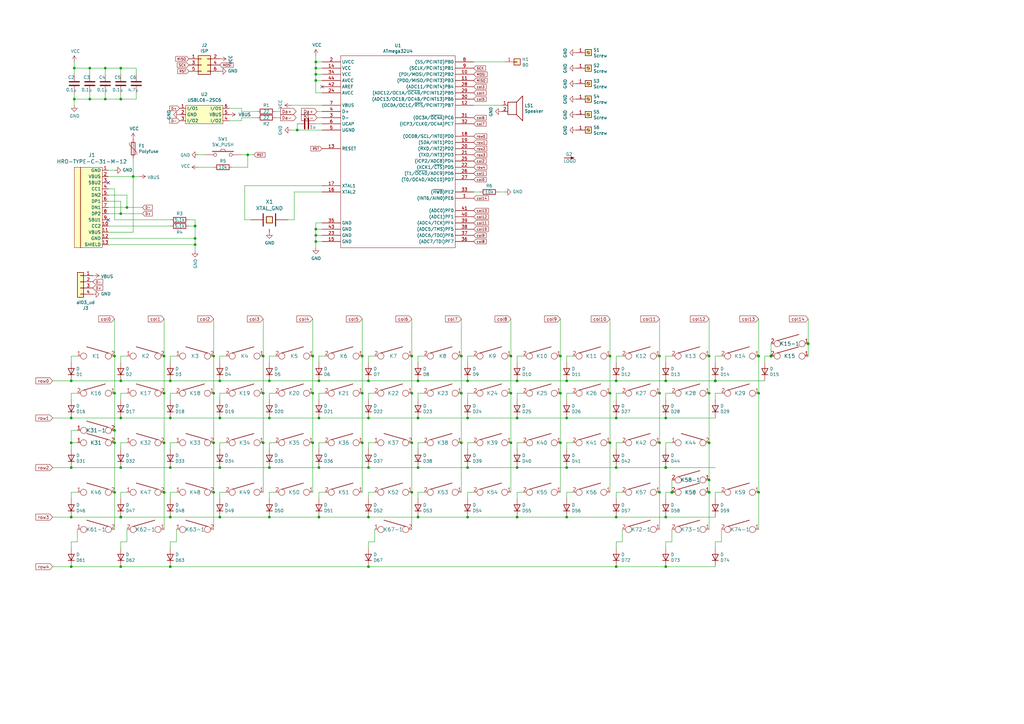
<source format=kicad_sch>
(kicad_sch (version 20210621) (generator eeschema)
  (paper "A3")
  (junction (at 29.21 156.21) (diameter 0.9144))
  (junction (at 29.21 171.45) (diameter 0.9144))
  (junction (at 29.21 181.61) (diameter 0.9144))
  (junction (at 29.21 191.77) (diameter 0.9144))
  (junction (at 29.21 212.09) (diameter 0.9144))
  (junction (at 29.21 232.41) (diameter 0.9144))
  (junction (at 30.48 27.94) (diameter 0.9144))
  (junction (at 30.48 40.64) (diameter 0.9144))
  (junction (at 36.83 27.94) (diameter 0.9144))
  (junction (at 36.83 40.64) (diameter 0.9144))
  (junction (at 43.18 27.94) (diameter 0.9144))
  (junction (at 43.18 40.64) (diameter 0.9144))
  (junction (at 46.99 146.05) (diameter 0.9144))
  (junction (at 46.99 161.29) (diameter 0.9144))
  (junction (at 46.99 176.53) (diameter 0.9144))
  (junction (at 46.99 181.61) (diameter 0.9144))
  (junction (at 46.99 201.93) (diameter 0.9144))
  (junction (at 49.53 27.94) (diameter 0.9144))
  (junction (at 49.53 40.64) (diameter 0.9144))
  (junction (at 49.53 87.63) (diameter 0.9144))
  (junction (at 49.53 156.21) (diameter 0.9144))
  (junction (at 49.53 171.45) (diameter 0.9144))
  (junction (at 49.53 191.77) (diameter 0.9144))
  (junction (at 49.53 212.09) (diameter 1.016))
  (junction (at 49.53 232.41) (diameter 0.9144))
  (junction (at 52.07 85.09) (diameter 0.9144))
  (junction (at 54.61 72.39) (diameter 0.9144))
  (junction (at 67.31 146.05) (diameter 0.9144))
  (junction (at 67.31 161.29) (diameter 0.9144))
  (junction (at 67.31 181.61) (diameter 0.9144))
  (junction (at 67.31 201.93) (diameter 1.016))
  (junction (at 69.85 156.21) (diameter 0.9144))
  (junction (at 69.85 171.45) (diameter 0.9144))
  (junction (at 69.85 191.77) (diameter 0.9144))
  (junction (at 69.85 212.09) (diameter 0.9144))
  (junction (at 69.85 232.41) (diameter 0.9144))
  (junction (at 80.01 92.71) (diameter 0.9144))
  (junction (at 80.01 97.79) (diameter 0.9144))
  (junction (at 80.01 100.33) (diameter 0.9144))
  (junction (at 87.63 146.05) (diameter 0.9144))
  (junction (at 87.63 161.29) (diameter 0.9144))
  (junction (at 87.63 181.61) (diameter 0.9144))
  (junction (at 87.63 201.93) (diameter 0.9144))
  (junction (at 90.17 156.21) (diameter 0.9144))
  (junction (at 90.17 171.45) (diameter 0.9144))
  (junction (at 90.17 191.77) (diameter 0.9144))
  (junction (at 90.17 212.09) (diameter 0.9144))
  (junction (at 101.6 63.5) (diameter 0.9144))
  (junction (at 107.95 146.05) (diameter 0.9144))
  (junction (at 107.95 161.29) (diameter 0.9144))
  (junction (at 107.95 181.61) (diameter 0.9144))
  (junction (at 110.49 156.21) (diameter 0.9144))
  (junction (at 110.49 171.45) (diameter 0.9144))
  (junction (at 110.49 191.77) (diameter 0.9144))
  (junction (at 110.49 212.09) (diameter 0.9144))
  (junction (at 121.92 53.34) (diameter 0.9144))
  (junction (at 128.27 146.05) (diameter 0.9144))
  (junction (at 128.27 161.29) (diameter 0.9144))
  (junction (at 128.27 181.61) (diameter 0.9144))
  (junction (at 129.54 25.4) (diameter 0.9144))
  (junction (at 129.54 27.94) (diameter 0.9144))
  (junction (at 129.54 30.48) (diameter 0.9144))
  (junction (at 129.54 33.02) (diameter 0.9144))
  (junction (at 129.54 93.98) (diameter 0.9144))
  (junction (at 129.54 96.52) (diameter 0.9144))
  (junction (at 129.54 99.06) (diameter 0.9144))
  (junction (at 130.81 156.21) (diameter 0.9144))
  (junction (at 130.81 171.45) (diameter 0.9144))
  (junction (at 130.81 191.77) (diameter 0.9144))
  (junction (at 130.81 212.09) (diameter 0.9144))
  (junction (at 148.59 146.05) (diameter 0.9144))
  (junction (at 148.59 161.29) (diameter 0.9144))
  (junction (at 148.59 181.61) (diameter 0.9144))
  (junction (at 151.13 156.21) (diameter 0.9144))
  (junction (at 151.13 171.45) (diameter 0.9144))
  (junction (at 151.13 191.77) (diameter 0.9144))
  (junction (at 151.13 212.09) (diameter 0.9144))
  (junction (at 151.13 232.41) (diameter 0.9144))
  (junction (at 168.91 146.05) (diameter 0.9144))
  (junction (at 168.91 161.29) (diameter 0.9144))
  (junction (at 168.91 181.61) (diameter 0.9144))
  (junction (at 168.91 201.93) (diameter 0.9144))
  (junction (at 171.45 156.21) (diameter 0.9144))
  (junction (at 171.45 171.45) (diameter 0.9144))
  (junction (at 171.45 191.77) (diameter 0.9144))
  (junction (at 171.45 212.09) (diameter 0.9144))
  (junction (at 189.23 146.05) (diameter 0.9144))
  (junction (at 189.23 161.29) (diameter 0.9144))
  (junction (at 189.23 181.61) (diameter 0.9144))
  (junction (at 191.77 156.21) (diameter 0.9144))
  (junction (at 191.77 171.45) (diameter 0.9144))
  (junction (at 191.77 191.77) (diameter 0.9144))
  (junction (at 191.77 212.09) (diameter 0.9144))
  (junction (at 209.55 146.05) (diameter 0.9144))
  (junction (at 209.55 161.29) (diameter 0.9144))
  (junction (at 209.55 181.61) (diameter 0.9144))
  (junction (at 212.09 156.21) (diameter 0.9144))
  (junction (at 212.09 171.45) (diameter 0.9144))
  (junction (at 212.09 191.77) (diameter 0.9144))
  (junction (at 212.09 212.09) (diameter 0.9144))
  (junction (at 229.87 146.05) (diameter 0.9144))
  (junction (at 229.87 161.29) (diameter 0.9144))
  (junction (at 229.87 181.61) (diameter 0.9144))
  (junction (at 232.41 156.21) (diameter 0.9144))
  (junction (at 232.41 171.45) (diameter 0.9144))
  (junction (at 232.41 191.77) (diameter 0.9144))
  (junction (at 232.41 212.09) (diameter 0.9144))
  (junction (at 250.19 146.05) (diameter 0.9144))
  (junction (at 250.19 161.29) (diameter 0.9144))
  (junction (at 250.19 181.61) (diameter 0.9144))
  (junction (at 252.73 156.21) (diameter 0.9144))
  (junction (at 252.73 171.45) (diameter 0.9144))
  (junction (at 252.73 191.77) (diameter 0.9144))
  (junction (at 252.73 212.09) (diameter 0.9144))
  (junction (at 252.73 232.41) (diameter 0.9144))
  (junction (at 270.51 146.05) (diameter 0.9144))
  (junction (at 270.51 161.29) (diameter 0.9144))
  (junction (at 270.51 181.61) (diameter 0.9144))
  (junction (at 270.51 201.93) (diameter 0.9144))
  (junction (at 273.05 156.21) (diameter 0.9144))
  (junction (at 273.05 171.45) (diameter 0.9144))
  (junction (at 273.05 191.77) (diameter 1.016))
  (junction (at 273.05 212.09) (diameter 0.9144))
  (junction (at 273.05 232.41) (diameter 0.9144))
  (junction (at 275.59 201.93) (diameter 1.016))
  (junction (at 290.83 146.05) (diameter 0.9144))
  (junction (at 290.83 161.29) (diameter 0.9144))
  (junction (at 290.83 181.61) (diameter 1.016))
  (junction (at 290.83 196.85) (diameter 0.9144))
  (junction (at 290.83 201.93) (diameter 1.016))
  (junction (at 293.37 156.21) (diameter 1.016))
  (junction (at 311.15 146.05) (diameter 1.016))
  (junction (at 311.15 161.29) (diameter 0.9144))
  (junction (at 311.15 201.93) (diameter 0.9144))
  (junction (at 316.23 146.05) (diameter 1.016))
  (junction (at 331.47 140.97) (diameter 1.016))
  (no_connect (at 44.45 74.93))
  (no_connect (at 44.45 90.17))
  (no_connect (at 132.08 35.56))
  (wire (pts (xy 21.59 156.21) (xy 29.21 156.21)))
  (wire (pts (xy 21.59 171.45) (xy 29.21 171.45)))
  (wire (pts (xy 21.59 212.09) (xy 29.21 212.09)))
  (wire (pts (xy 29.21 146.05) (xy 31.75 146.05)))
  (wire (pts (xy 29.21 148.59) (xy 29.21 146.05)))
  (wire (pts (xy 29.21 156.21) (xy 49.53 156.21)))
  (wire (pts (xy 29.21 161.29) (xy 31.75 161.29)))
  (wire (pts (xy 29.21 163.83) (xy 29.21 161.29)))
  (wire (pts (xy 29.21 171.45) (xy 49.53 171.45)))
  (wire (pts (xy 29.21 176.53) (xy 29.21 181.61)))
  (wire (pts (xy 29.21 181.61) (xy 31.75 181.61)))
  (wire (pts (xy 29.21 184.15) (xy 29.21 181.61)))
  (wire (pts (xy 29.21 191.77) (xy 21.59 191.77)))
  (wire (pts (xy 29.21 201.93) (xy 31.75 201.93)))
  (wire (pts (xy 29.21 204.47) (xy 29.21 201.93)))
  (wire (pts (xy 29.21 212.09) (xy 49.53 212.09)))
  (wire (pts (xy 29.21 222.25) (xy 31.75 222.25)))
  (wire (pts (xy 29.21 224.79) (xy 29.21 222.25)))
  (wire (pts (xy 29.21 232.41) (xy 21.59 232.41)))
  (wire (pts (xy 30.48 25.4) (xy 30.48 27.94)))
  (wire (pts (xy 30.48 27.94) (xy 30.48 30.48)))
  (wire (pts (xy 30.48 27.94) (xy 36.83 27.94)))
  (wire (pts (xy 30.48 38.1) (xy 30.48 40.64)))
  (wire (pts (xy 30.48 40.64) (xy 30.48 43.18)))
  (wire (pts (xy 30.48 40.64) (xy 36.83 40.64)))
  (wire (pts (xy 31.75 176.53) (xy 29.21 176.53)))
  (wire (pts (xy 31.75 217.17) (xy 31.75 222.25)))
  (wire (pts (xy 36.83 27.94) (xy 43.18 27.94)))
  (wire (pts (xy 36.83 30.48) (xy 36.83 27.94)))
  (wire (pts (xy 36.83 40.64) (xy 36.83 38.1)))
  (wire (pts (xy 36.83 40.64) (xy 43.18 40.64)))
  (wire (pts (xy 43.18 27.94) (xy 49.53 27.94)))
  (wire (pts (xy 43.18 30.48) (xy 43.18 27.94)))
  (wire (pts (xy 43.18 40.64) (xy 43.18 38.1)))
  (wire (pts (xy 43.18 40.64) (xy 49.53 40.64)))
  (wire (pts (xy 44.45 69.85) (xy 46.99 69.85)))
  (wire (pts (xy 44.45 72.39) (xy 54.61 72.39)))
  (wire (pts (xy 44.45 77.47) (xy 46.99 77.47)))
  (wire (pts (xy 44.45 80.01) (xy 52.07 80.01)))
  (wire (pts (xy 44.45 87.63) (xy 49.53 87.63)))
  (wire (pts (xy 44.45 92.71) (xy 69.85 92.71)))
  (wire (pts (xy 44.45 97.79) (xy 80.01 97.79)))
  (wire (pts (xy 44.45 100.33) (xy 80.01 100.33)))
  (wire (pts (xy 46.99 77.47) (xy 46.99 90.17)))
  (wire (pts (xy 46.99 90.17) (xy 69.85 90.17)))
  (wire (pts (xy 46.99 130.81) (xy 46.99 146.05)))
  (wire (pts (xy 46.99 146.05) (xy 46.99 161.29)))
  (wire (pts (xy 46.99 161.29) (xy 46.99 176.53)))
  (wire (pts (xy 46.99 176.53) (xy 46.99 181.61)))
  (wire (pts (xy 46.99 181.61) (xy 46.99 201.93)))
  (wire (pts (xy 46.99 201.93) (xy 46.99 217.17)))
  (wire (pts (xy 49.53 27.94) (xy 55.88 27.94)))
  (wire (pts (xy 49.53 30.48) (xy 49.53 27.94)))
  (wire (pts (xy 49.53 40.64) (xy 49.53 38.1)))
  (wire (pts (xy 49.53 40.64) (xy 55.88 40.64)))
  (wire (pts (xy 49.53 82.55) (xy 44.45 82.55)))
  (wire (pts (xy 49.53 87.63) (xy 49.53 82.55)))
  (wire (pts (xy 49.53 87.63) (xy 58.42 87.63)))
  (wire (pts (xy 49.53 146.05) (xy 52.07 146.05)))
  (wire (pts (xy 49.53 148.59) (xy 49.53 146.05)))
  (wire (pts (xy 49.53 156.21) (xy 69.85 156.21)))
  (wire (pts (xy 49.53 161.29) (xy 52.07 161.29)))
  (wire (pts (xy 49.53 163.83) (xy 49.53 161.29)))
  (wire (pts (xy 49.53 171.45) (xy 69.85 171.45)))
  (wire (pts (xy 49.53 181.61) (xy 52.07 181.61)))
  (wire (pts (xy 49.53 184.15) (xy 49.53 181.61)))
  (wire (pts (xy 49.53 191.77) (xy 29.21 191.77)))
  (wire (pts (xy 49.53 201.93) (xy 52.07 201.93)))
  (wire (pts (xy 49.53 204.47) (xy 49.53 201.93)))
  (wire (pts (xy 49.53 212.09) (xy 69.85 212.09)))
  (wire (pts (xy 49.53 222.25) (xy 52.07 222.25)))
  (wire (pts (xy 49.53 224.79) (xy 49.53 222.25)))
  (wire (pts (xy 49.53 232.41) (xy 29.21 232.41)))
  (wire (pts (xy 52.07 80.01) (xy 52.07 85.09)))
  (wire (pts (xy 52.07 85.09) (xy 44.45 85.09)))
  (wire (pts (xy 52.07 85.09) (xy 58.42 85.09)))
  (wire (pts (xy 52.07 222.25) (xy 52.07 217.17)))
  (wire (pts (xy 54.61 72.39) (xy 54.61 64.77)))
  (wire (pts (xy 54.61 72.39) (xy 54.61 95.25)))
  (wire (pts (xy 54.61 72.39) (xy 57.15 72.39)))
  (wire (pts (xy 54.61 95.25) (xy 44.45 95.25)))
  (wire (pts (xy 55.88 27.94) (xy 55.88 30.48)))
  (wire (pts (xy 55.88 40.64) (xy 55.88 38.1)))
  (wire (pts (xy 67.31 146.05) (xy 67.31 130.81)))
  (wire (pts (xy 67.31 161.29) (xy 67.31 146.05)))
  (wire (pts (xy 67.31 181.61) (xy 67.31 161.29)))
  (wire (pts (xy 67.31 181.61) (xy 67.31 201.93)))
  (wire (pts (xy 67.31 201.93) (xy 67.31 217.17)))
  (wire (pts (xy 69.85 146.05) (xy 72.39 146.05)))
  (wire (pts (xy 69.85 148.59) (xy 69.85 146.05)))
  (wire (pts (xy 69.85 156.21) (xy 90.17 156.21)))
  (wire (pts (xy 69.85 161.29) (xy 72.39 161.29)))
  (wire (pts (xy 69.85 163.83) (xy 69.85 161.29)))
  (wire (pts (xy 69.85 171.45) (xy 90.17 171.45)))
  (wire (pts (xy 69.85 181.61) (xy 72.39 181.61)))
  (wire (pts (xy 69.85 184.15) (xy 69.85 181.61)))
  (wire (pts (xy 69.85 191.77) (xy 49.53 191.77)))
  (wire (pts (xy 69.85 201.93) (xy 72.39 201.93)))
  (wire (pts (xy 69.85 204.47) (xy 69.85 201.93)))
  (wire (pts (xy 69.85 212.09) (xy 90.17 212.09)))
  (wire (pts (xy 69.85 222.25) (xy 72.39 222.25)))
  (wire (pts (xy 69.85 224.79) (xy 69.85 222.25)))
  (wire (pts (xy 69.85 232.41) (xy 49.53 232.41)))
  (wire (pts (xy 72.39 222.25) (xy 72.39 217.17)))
  (wire (pts (xy 77.47 90.17) (xy 80.01 90.17)))
  (wire (pts (xy 77.47 92.71) (xy 80.01 92.71)))
  (wire (pts (xy 80.01 90.17) (xy 80.01 92.71)))
  (wire (pts (xy 80.01 92.71) (xy 80.01 97.79)))
  (wire (pts (xy 80.01 97.79) (xy 80.01 100.33)))
  (wire (pts (xy 80.01 100.33) (xy 80.01 102.87)))
  (wire (pts (xy 81.28 63.5) (xy 83.82 63.5)))
  (wire (pts (xy 81.28 68.58) (xy 87.63 68.58)))
  (wire (pts (xy 87.63 130.81) (xy 87.63 146.05)))
  (wire (pts (xy 87.63 146.05) (xy 87.63 161.29)))
  (wire (pts (xy 87.63 161.29) (xy 87.63 181.61)))
  (wire (pts (xy 87.63 181.61) (xy 87.63 201.93)))
  (wire (pts (xy 87.63 201.93) (xy 87.63 217.17)))
  (wire (pts (xy 90.17 146.05) (xy 92.71 146.05)))
  (wire (pts (xy 90.17 148.59) (xy 90.17 146.05)))
  (wire (pts (xy 90.17 156.21) (xy 110.49 156.21)))
  (wire (pts (xy 90.17 161.29) (xy 92.71 161.29)))
  (wire (pts (xy 90.17 163.83) (xy 90.17 161.29)))
  (wire (pts (xy 90.17 171.45) (xy 110.49 171.45)))
  (wire (pts (xy 90.17 181.61) (xy 92.71 181.61)))
  (wire (pts (xy 90.17 184.15) (xy 90.17 181.61)))
  (wire (pts (xy 90.17 191.77) (xy 69.85 191.77)))
  (wire (pts (xy 90.17 201.93) (xy 92.71 201.93)))
  (wire (pts (xy 90.17 204.47) (xy 90.17 201.93)))
  (wire (pts (xy 90.17 212.09) (xy 110.49 212.09)))
  (wire (pts (xy 93.98 44.45) (xy 99.06 44.45)))
  (wire (pts (xy 93.98 49.53) (xy 99.06 49.53)))
  (wire (pts (xy 99.06 44.45) (xy 99.06 45.72)))
  (wire (pts (xy 99.06 45.72) (xy 105.41 45.72)))
  (wire (pts (xy 99.06 48.26) (xy 105.41 48.26)))
  (wire (pts (xy 99.06 49.53) (xy 99.06 48.26)))
  (wire (pts (xy 99.06 63.5) (xy 101.6 63.5)))
  (wire (pts (xy 100.33 76.2) (xy 132.08 76.2)))
  (wire (pts (xy 100.33 90.17) (xy 100.33 76.2)))
  (wire (pts (xy 100.33 90.17) (xy 102.87 90.17)))
  (wire (pts (xy 101.6 63.5) (xy 101.6 68.58)))
  (wire (pts (xy 101.6 68.58) (xy 95.25 68.58)))
  (wire (pts (xy 104.14 63.5) (xy 101.6 63.5)))
  (wire (pts (xy 107.95 130.81) (xy 107.95 146.05)))
  (wire (pts (xy 107.95 146.05) (xy 107.95 161.29)))
  (wire (pts (xy 107.95 161.29) (xy 107.95 181.61)))
  (wire (pts (xy 107.95 181.61) (xy 107.95 201.93)))
  (wire (pts (xy 110.49 146.05) (xy 113.03 146.05)))
  (wire (pts (xy 110.49 148.59) (xy 110.49 146.05)))
  (wire (pts (xy 110.49 156.21) (xy 130.81 156.21)))
  (wire (pts (xy 110.49 161.29) (xy 113.03 161.29)))
  (wire (pts (xy 110.49 163.83) (xy 110.49 161.29)))
  (wire (pts (xy 110.49 171.45) (xy 130.81 171.45)))
  (wire (pts (xy 110.49 181.61) (xy 113.03 181.61)))
  (wire (pts (xy 110.49 184.15) (xy 110.49 181.61)))
  (wire (pts (xy 110.49 191.77) (xy 90.17 191.77)))
  (wire (pts (xy 110.49 201.93) (xy 113.03 201.93)))
  (wire (pts (xy 110.49 204.47) (xy 110.49 201.93)))
  (wire (pts (xy 110.49 212.09) (xy 130.81 212.09)))
  (wire (pts (xy 113.03 45.72) (xy 115.062 45.72)))
  (wire (pts (xy 113.03 48.26) (xy 115.062 48.26)))
  (wire (pts (xy 119.38 53.34) (xy 121.92 53.34)))
  (wire (pts (xy 120.65 78.74) (xy 120.65 90.17)))
  (wire (pts (xy 120.65 90.17) (xy 118.11 90.17)))
  (wire (pts (xy 121.92 50.8) (xy 121.92 53.34)))
  (wire (pts (xy 121.92 53.34) (xy 132.08 53.34)))
  (wire (pts (xy 128.27 146.05) (xy 128.27 130.81)))
  (wire (pts (xy 128.27 161.29) (xy 128.27 146.05)))
  (wire (pts (xy 128.27 181.61) (xy 128.27 161.29)))
  (wire (pts (xy 128.27 201.93) (xy 128.27 181.61)))
  (wire (pts (xy 129.54 22.86) (xy 129.54 25.4)))
  (wire (pts (xy 129.54 25.4) (xy 129.54 27.94)))
  (wire (pts (xy 129.54 27.94) (xy 129.54 30.48)))
  (wire (pts (xy 129.54 30.48) (xy 129.54 33.02)))
  (wire (pts (xy 129.54 33.02) (xy 129.54 38.1)))
  (wire (pts (xy 129.54 38.1) (xy 132.08 38.1)))
  (wire (pts (xy 129.54 91.44) (xy 129.54 93.98)))
  (wire (pts (xy 129.54 93.98) (xy 129.54 96.52)))
  (wire (pts (xy 129.54 96.52) (xy 129.54 99.06)))
  (wire (pts (xy 129.54 99.06) (xy 132.08 99.06)))
  (wire (pts (xy 129.54 101.6) (xy 129.54 99.06)))
  (wire (pts (xy 130.048 45.72) (xy 132.08 45.72)))
  (wire (pts (xy 130.048 48.26) (xy 132.08 48.26)))
  (wire (pts (xy 130.81 146.05) (xy 133.35 146.05)))
  (wire (pts (xy 130.81 148.59) (xy 130.81 146.05)))
  (wire (pts (xy 130.81 156.21) (xy 151.13 156.21)))
  (wire (pts (xy 130.81 161.29) (xy 133.35 161.29)))
  (wire (pts (xy 130.81 163.83) (xy 130.81 161.29)))
  (wire (pts (xy 130.81 171.45) (xy 151.13 171.45)))
  (wire (pts (xy 130.81 181.61) (xy 133.35 181.61)))
  (wire (pts (xy 130.81 184.15) (xy 130.81 181.61)))
  (wire (pts (xy 130.81 191.77) (xy 110.49 191.77)))
  (wire (pts (xy 130.81 201.93) (xy 133.35 201.93)))
  (wire (pts (xy 130.81 204.47) (xy 130.81 201.93)))
  (wire (pts (xy 130.81 212.09) (xy 151.13 212.09)))
  (wire (pts (xy 132.08 25.4) (xy 129.54 25.4)))
  (wire (pts (xy 132.08 27.94) (xy 129.54 27.94)))
  (wire (pts (xy 132.08 30.48) (xy 129.54 30.48)))
  (wire (pts (xy 132.08 33.02) (xy 129.54 33.02)))
  (wire (pts (xy 132.08 43.18) (xy 119.38 43.18)))
  (wire (pts (xy 132.08 50.8) (xy 129.54 50.8)))
  (wire (pts (xy 132.08 78.74) (xy 120.65 78.74)))
  (wire (pts (xy 132.08 91.44) (xy 129.54 91.44)))
  (wire (pts (xy 132.08 93.98) (xy 129.54 93.98)))
  (wire (pts (xy 132.08 96.52) (xy 129.54 96.52)))
  (wire (pts (xy 148.59 130.81) (xy 148.59 146.05)))
  (wire (pts (xy 148.59 146.05) (xy 148.59 161.29)))
  (wire (pts (xy 148.59 161.29) (xy 148.59 181.61)))
  (wire (pts (xy 148.59 181.61) (xy 148.59 201.93)))
  (wire (pts (xy 151.13 146.05) (xy 153.67 146.05)))
  (wire (pts (xy 151.13 148.59) (xy 151.13 146.05)))
  (wire (pts (xy 151.13 156.21) (xy 171.45 156.21)))
  (wire (pts (xy 151.13 161.29) (xy 153.67 161.29)))
  (wire (pts (xy 151.13 163.83) (xy 151.13 161.29)))
  (wire (pts (xy 151.13 171.45) (xy 171.45 171.45)))
  (wire (pts (xy 151.13 181.61) (xy 153.67 181.61)))
  (wire (pts (xy 151.13 184.15) (xy 151.13 181.61)))
  (wire (pts (xy 151.13 191.77) (xy 130.81 191.77)))
  (wire (pts (xy 151.13 201.93) (xy 153.67 201.93)))
  (wire (pts (xy 151.13 204.47) (xy 151.13 201.93)))
  (wire (pts (xy 151.13 212.09) (xy 171.45 212.09)))
  (wire (pts (xy 151.13 222.25) (xy 153.67 222.25)))
  (wire (pts (xy 151.13 224.79) (xy 151.13 222.25)))
  (wire (pts (xy 151.13 232.41) (xy 69.85 232.41)))
  (wire (pts (xy 151.13 232.41) (xy 252.73 232.41)))
  (wire (pts (xy 153.67 217.17) (xy 153.67 222.25)))
  (wire (pts (xy 168.91 146.05) (xy 168.91 130.81)))
  (wire (pts (xy 168.91 161.29) (xy 168.91 146.05)))
  (wire (pts (xy 168.91 181.61) (xy 168.91 161.29)))
  (wire (pts (xy 168.91 201.93) (xy 168.91 181.61)))
  (wire (pts (xy 168.91 217.17) (xy 168.91 201.93)))
  (wire (pts (xy 171.45 146.05) (xy 173.99 146.05)))
  (wire (pts (xy 171.45 148.59) (xy 171.45 146.05)))
  (wire (pts (xy 171.45 156.21) (xy 191.77 156.21)))
  (wire (pts (xy 171.45 161.29) (xy 173.99 161.29)))
  (wire (pts (xy 171.45 163.83) (xy 171.45 161.29)))
  (wire (pts (xy 171.45 171.45) (xy 191.77 171.45)))
  (wire (pts (xy 171.45 181.61) (xy 173.99 181.61)))
  (wire (pts (xy 171.45 184.15) (xy 171.45 181.61)))
  (wire (pts (xy 171.45 191.77) (xy 151.13 191.77)))
  (wire (pts (xy 171.45 201.93) (xy 173.99 201.93)))
  (wire (pts (xy 171.45 204.47) (xy 171.45 201.93)))
  (wire (pts (xy 171.45 212.09) (xy 191.77 212.09)))
  (wire (pts (xy 189.23 130.81) (xy 189.23 146.05)))
  (wire (pts (xy 189.23 146.05) (xy 189.23 161.29)))
  (wire (pts (xy 189.23 161.29) (xy 189.23 181.61)))
  (wire (pts (xy 189.23 181.61) (xy 189.23 201.93)))
  (wire (pts (xy 191.77 146.05) (xy 194.31 146.05)))
  (wire (pts (xy 191.77 148.59) (xy 191.77 146.05)))
  (wire (pts (xy 191.77 156.21) (xy 212.09 156.21)))
  (wire (pts (xy 191.77 161.29) (xy 194.31 161.29)))
  (wire (pts (xy 191.77 163.83) (xy 191.77 161.29)))
  (wire (pts (xy 191.77 171.45) (xy 212.09 171.45)))
  (wire (pts (xy 191.77 181.61) (xy 194.31 181.61)))
  (wire (pts (xy 191.77 184.15) (xy 191.77 181.61)))
  (wire (pts (xy 191.77 191.77) (xy 171.45 191.77)))
  (wire (pts (xy 191.77 201.93) (xy 194.31 201.93)))
  (wire (pts (xy 191.77 204.47) (xy 191.77 201.93)))
  (wire (pts (xy 191.77 212.09) (xy 212.09 212.09)))
  (wire (pts (xy 194.31 25.4) (xy 207.01 25.4)))
  (wire (pts (xy 194.31 43.18) (xy 205.74 43.18)))
  (wire (pts (xy 196.85 78.74) (xy 194.31 78.74)))
  (wire (pts (xy 207.01 78.74) (xy 204.47 78.74)))
  (wire (pts (xy 209.55 146.05) (xy 209.55 130.81)))
  (wire (pts (xy 209.55 161.29) (xy 209.55 146.05)))
  (wire (pts (xy 209.55 181.61) (xy 209.55 161.29)))
  (wire (pts (xy 209.55 201.93) (xy 209.55 181.61)))
  (wire (pts (xy 212.09 146.05) (xy 214.63 146.05)))
  (wire (pts (xy 212.09 148.59) (xy 212.09 146.05)))
  (wire (pts (xy 212.09 156.21) (xy 232.41 156.21)))
  (wire (pts (xy 212.09 161.29) (xy 214.63 161.29)))
  (wire (pts (xy 212.09 163.83) (xy 212.09 161.29)))
  (wire (pts (xy 212.09 171.45) (xy 232.41 171.45)))
  (wire (pts (xy 212.09 181.61) (xy 214.63 181.61)))
  (wire (pts (xy 212.09 184.15) (xy 212.09 181.61)))
  (wire (pts (xy 212.09 191.77) (xy 191.77 191.77)))
  (wire (pts (xy 212.09 201.93) (xy 214.63 201.93)))
  (wire (pts (xy 212.09 204.47) (xy 212.09 201.93)))
  (wire (pts (xy 212.09 212.09) (xy 232.41 212.09)))
  (wire (pts (xy 229.87 130.81) (xy 229.87 146.05)))
  (wire (pts (xy 229.87 146.05) (xy 229.87 161.29)))
  (wire (pts (xy 229.87 161.29) (xy 229.87 181.61)))
  (wire (pts (xy 229.87 181.61) (xy 229.87 201.93)))
  (wire (pts (xy 232.41 146.05) (xy 234.95 146.05)))
  (wire (pts (xy 232.41 148.59) (xy 232.41 146.05)))
  (wire (pts (xy 232.41 156.21) (xy 252.73 156.21)))
  (wire (pts (xy 232.41 161.29) (xy 234.95 161.29)))
  (wire (pts (xy 232.41 163.83) (xy 232.41 161.29)))
  (wire (pts (xy 232.41 171.45) (xy 252.73 171.45)))
  (wire (pts (xy 232.41 181.61) (xy 234.95 181.61)))
  (wire (pts (xy 232.41 184.15) (xy 232.41 181.61)))
  (wire (pts (xy 232.41 191.77) (xy 212.09 191.77)))
  (wire (pts (xy 232.41 201.93) (xy 234.95 201.93)))
  (wire (pts (xy 232.41 204.47) (xy 232.41 201.93)))
  (wire (pts (xy 232.41 212.09) (xy 252.73 212.09)))
  (wire (pts (xy 250.19 146.05) (xy 250.19 130.81)))
  (wire (pts (xy 250.19 161.29) (xy 250.19 146.05)))
  (wire (pts (xy 250.19 181.61) (xy 250.19 161.29)))
  (wire (pts (xy 250.19 201.93) (xy 250.19 181.61)))
  (wire (pts (xy 252.73 146.05) (xy 255.27 146.05)))
  (wire (pts (xy 252.73 148.59) (xy 252.73 146.05)))
  (wire (pts (xy 252.73 156.21) (xy 273.05 156.21)))
  (wire (pts (xy 252.73 161.29) (xy 255.27 161.29)))
  (wire (pts (xy 252.73 163.83) (xy 252.73 161.29)))
  (wire (pts (xy 252.73 171.45) (xy 273.05 171.45)))
  (wire (pts (xy 252.73 181.61) (xy 255.27 181.61)))
  (wire (pts (xy 252.73 184.15) (xy 252.73 181.61)))
  (wire (pts (xy 252.73 191.77) (xy 232.41 191.77)))
  (wire (pts (xy 252.73 191.77) (xy 273.05 191.77)))
  (wire (pts (xy 252.73 201.93) (xy 255.27 201.93)))
  (wire (pts (xy 252.73 204.47) (xy 252.73 201.93)))
  (wire (pts (xy 252.73 212.09) (xy 273.05 212.09)))
  (wire (pts (xy 252.73 222.25) (xy 255.27 222.25)))
  (wire (pts (xy 252.73 224.79) (xy 252.73 222.25)))
  (wire (pts (xy 255.27 222.25) (xy 255.27 217.17)))
  (wire (pts (xy 270.51 130.81) (xy 270.51 146.05)))
  (wire (pts (xy 270.51 146.05) (xy 270.51 161.29)))
  (wire (pts (xy 270.51 161.29) (xy 270.51 181.61)))
  (wire (pts (xy 270.51 181.61) (xy 270.51 201.93)))
  (wire (pts (xy 270.51 201.93) (xy 270.51 217.17)))
  (wire (pts (xy 273.05 146.05) (xy 275.59 146.05)))
  (wire (pts (xy 273.05 148.59) (xy 273.05 146.05)))
  (wire (pts (xy 273.05 156.21) (xy 293.37 156.21)))
  (wire (pts (xy 273.05 161.29) (xy 275.59 161.29)))
  (wire (pts (xy 273.05 163.83) (xy 273.05 161.29)))
  (wire (pts (xy 273.05 171.45) (xy 293.37 171.45)))
  (wire (pts (xy 273.05 181.61) (xy 275.59 181.61)))
  (wire (pts (xy 273.05 184.15) (xy 273.05 181.61)))
  (wire (pts (xy 273.05 191.77) (xy 293.37 191.77)))
  (wire (pts (xy 273.05 201.93) (xy 275.59 201.93)))
  (wire (pts (xy 273.05 204.47) (xy 273.05 201.93)))
  (wire (pts (xy 273.05 212.09) (xy 293.37 212.09)))
  (wire (pts (xy 273.05 222.25) (xy 275.59 222.25)))
  (wire (pts (xy 273.05 224.79) (xy 273.05 222.25)))
  (wire (pts (xy 273.05 232.41) (xy 252.73 232.41)))
  (wire (pts (xy 275.59 196.85) (xy 275.59 201.93)))
  (wire (pts (xy 275.59 222.25) (xy 275.59 217.17)))
  (wire (pts (xy 290.83 146.05) (xy 290.83 130.81)))
  (wire (pts (xy 290.83 161.29) (xy 290.83 146.05)))
  (wire (pts (xy 290.83 161.29) (xy 290.83 181.61)))
  (wire (pts (xy 290.83 181.61) (xy 290.83 196.85)))
  (wire (pts (xy 290.83 196.85) (xy 290.83 201.93)))
  (wire (pts (xy 290.83 201.93) (xy 290.83 217.17)))
  (wire (pts (xy 293.37 146.05) (xy 295.91 146.05)))
  (wire (pts (xy 293.37 148.59) (xy 293.37 146.05)))
  (wire (pts (xy 293.37 156.21) (xy 313.69 156.21)))
  (wire (pts (xy 293.37 161.29) (xy 295.91 161.29)))
  (wire (pts (xy 293.37 163.83) (xy 293.37 161.29)))
  (wire (pts (xy 293.37 201.93) (xy 295.91 201.93)))
  (wire (pts (xy 293.37 204.47) (xy 293.37 201.93)))
  (wire (pts (xy 293.37 222.25) (xy 295.91 222.25)))
  (wire (pts (xy 293.37 224.79) (xy 293.37 222.25)))
  (wire (pts (xy 293.37 232.41) (xy 273.05 232.41)))
  (wire (pts (xy 295.91 222.25) (xy 295.91 217.17)))
  (wire (pts (xy 311.15 130.81) (xy 311.15 146.05)))
  (wire (pts (xy 311.15 146.05) (xy 311.15 161.29)))
  (wire (pts (xy 311.15 161.29) (xy 311.15 201.93)))
  (wire (pts (xy 311.15 201.93) (xy 311.15 217.17)))
  (wire (pts (xy 313.69 146.05) (xy 316.23 146.05)))
  (wire (pts (xy 313.69 148.59) (xy 313.69 146.05)))
  (wire (pts (xy 316.23 140.97) (xy 316.23 146.05)))
  (wire (pts (xy 331.47 140.97) (xy 331.47 130.81)))
  (wire (pts (xy 331.47 140.97) (xy 331.47 146.05)))
  (global_label "row0" (shape input) (at 21.59 156.21 180) (property "Intersheet References" "${INTERSHEET_REFS}" (effects hide)))
  (global_label "row1" (shape input) (at 21.59 171.45 180) (property "Intersheet References" "${INTERSHEET_REFS}" (effects hide)))
  (global_label "row2" (shape input) (at 21.59 191.77 180) (property "Intersheet References" "${INTERSHEET_REFS}" (effects hide)))
  (global_label "row3" (shape input) (at 21.59 212.09 180) (property "Intersheet References" "${INTERSHEET_REFS}" (effects hide)))
  (global_label "row4" (shape input) (at 21.59 232.41 180) (property "Intersheet References" "${INTERSHEET_REFS}" (effects hide)))
  (global_label "D-" (shape input) (at 38.1 115.57 0) (effects (font (size 0.9906 0.9906))) (property "Intersheet References" "${INTERSHEET_REFS}" (effects hide)))
  (global_label "D+" (shape input) (at 38.1 118.11 0) (effects (font (size 0.9906 0.9906))) (property "Intersheet References" "${INTERSHEET_REFS}" (effects hide)))
  (global_label "col0" (shape input) (at 46.99 130.81 180) (property "Intersheet References" "${INTERSHEET_REFS}" (effects hide)))
  (global_label "D-" (shape input) (at 58.42 85.09 0) (effects (font (size 0.9906 0.9906))) (property "Intersheet References" "${INTERSHEET_REFS}" (effects hide)))
  (global_label "D+" (shape input) (at 58.42 87.63 0) (effects (font (size 0.9906 0.9906))) (property "Intersheet References" "${INTERSHEET_REFS}" (effects hide)))
  (global_label "col1" (shape input) (at 67.31 130.81 180) (property "Intersheet References" "${INTERSHEET_REFS}" (effects hide)))
  (global_label "D+" (shape input) (at 73.66 44.45 180) (effects (font (size 0.9906 0.9906))) (property "Intersheet References" "${INTERSHEET_REFS}" (effects hide)))
  (global_label "D-" (shape input) (at 73.66 49.53 180) (effects (font (size 0.9906 0.9906))) (property "Intersheet References" "${INTERSHEET_REFS}" (effects hide)))
  (global_label "MISO" (shape input) (at 77.47 24.13 180) (effects (font (size 0.9906 0.9906))) (property "Intersheet References" "${INTERSHEET_REFS}" (effects hide)))
  (global_label "SCK" (shape input) (at 77.47 26.67 180) (effects (font (size 0.9906 0.9906))) (property "Intersheet References" "${INTERSHEET_REFS}" (effects hide)))
  (global_label "RST" (shape input) (at 77.47 29.21 180) (effects (font (size 0.9906 0.9906))) (property "Intersheet References" "${INTERSHEET_REFS}" (effects hide)))
  (global_label "col2" (shape input) (at 87.63 130.81 180) (property "Intersheet References" "${INTERSHEET_REFS}" (effects hide)))
  (global_label "MOSI" (shape input) (at 90.17 26.67 0) (effects (font (size 0.9906 0.9906))) (property "Intersheet References" "${INTERSHEET_REFS}" (effects hide)))
  (global_label "RST" (shape input) (at 104.14 63.5 0) (effects (font (size 0.9906 0.9906))) (property "Intersheet References" "${INTERSHEET_REFS}" (effects hide)))
  (global_label "col3" (shape input) (at 107.95 130.81 180) (property "Intersheet References" "${INTERSHEET_REFS}" (effects hide)))
  (global_label "Da+" (shape output) (at 115.062 45.72 0) (property "Intersheet References" "${INTERSHEET_REFS}" (effects hide)))
  (global_label "Da-" (shape output) (at 115.062 48.26 0) (property "Intersheet References" "${INTERSHEET_REFS}" (effects hide)))
  (global_label "col4" (shape input) (at 128.27 130.81 180) (property "Intersheet References" "${INTERSHEET_REFS}" (effects hide)))
  (global_label "Da+" (shape input) (at 130.048 45.72 180) (property "Intersheet References" "${INTERSHEET_REFS}" (effects hide)))
  (global_label "Da-" (shape input) (at 130.048 48.26 180) (property "Intersheet References" "${INTERSHEET_REFS}" (effects hide)))
  (global_label "RST" (shape input) (at 132.08 60.96 180) (effects (font (size 0.9906 0.9906))) (property "Intersheet References" "${INTERSHEET_REFS}" (effects hide)))
  (global_label "col5" (shape input) (at 148.59 130.81 180) (property "Intersheet References" "${INTERSHEET_REFS}" (effects hide)))
  (global_label "col6" (shape input) (at 168.91 130.81 180) (property "Intersheet References" "${INTERSHEET_REFS}" (effects hide)))
  (global_label "col7" (shape input) (at 189.23 130.81 180) (property "Intersheet References" "${INTERSHEET_REFS}" (effects hide)))
  (global_label "SCK" (shape input) (at 194.31 27.94 0) (effects (font (size 0.9906 0.9906))) (property "Intersheet References" "${INTERSHEET_REFS}" (effects hide)))
  (global_label "MOSI" (shape input) (at 194.31 30.48 0) (effects (font (size 0.9906 0.9906))) (property "Intersheet References" "${INTERSHEET_REFS}" (effects hide)))
  (global_label "MISO" (shape input) (at 194.31 33.02 0) (effects (font (size 0.9906 0.9906))) (property "Intersheet References" "${INTERSHEET_REFS}" (effects hide)))
  (global_label "col3" (shape input) (at 194.31 35.56 0) (effects (font (size 0.9906 0.9906))) (property "Intersheet References" "${INTERSHEET_REFS}" (effects hide)))
  (global_label "col4" (shape input) (at 194.31 38.1 0) (effects (font (size 0.9906 0.9906))) (property "Intersheet References" "${INTERSHEET_REFS}" (effects hide)))
  (global_label "col5" (shape input) (at 194.31 40.64 0) (effects (font (size 0.9906 0.9906))) (property "Intersheet References" "${INTERSHEET_REFS}" (effects hide)))
  (global_label "col6" (shape input) (at 194.31 48.26 0) (effects (font (size 0.9906 0.9906))) (property "Intersheet References" "${INTERSHEET_REFS}" (effects hide)))
  (global_label "col7" (shape input) (at 194.31 50.8 0) (effects (font (size 0.9906 0.9906))) (property "Intersheet References" "${INTERSHEET_REFS}" (effects hide)))
  (global_label "row0" (shape input) (at 194.31 55.88 0) (effects (font (size 0.9906 0.9906))) (property "Intersheet References" "${INTERSHEET_REFS}" (effects hide)))
  (global_label "row1" (shape input) (at 194.31 58.42 0) (effects (font (size 0.9906 0.9906))) (property "Intersheet References" "${INTERSHEET_REFS}" (effects hide)))
  (global_label "row2" (shape input) (at 194.31 60.96 0) (effects (font (size 0.9906 0.9906))) (property "Intersheet References" "${INTERSHEET_REFS}" (effects hide)))
  (global_label "row3" (shape input) (at 194.31 63.5 0) (effects (font (size 0.9906 0.9906))) (property "Intersheet References" "${INTERSHEET_REFS}" (effects hide)))
  (global_label "col2" (shape input) (at 194.31 66.04 0) (effects (font (size 0.9906 0.9906))) (property "Intersheet References" "${INTERSHEET_REFS}" (effects hide)))
  (global_label "row4" (shape input) (at 194.31 68.58 0) (effects (font (size 0.9906 0.9906))) (property "Intersheet References" "${INTERSHEET_REFS}" (effects hide)))
  (global_label "col1" (shape input) (at 194.31 71.12 0) (effects (font (size 0.9906 0.9906))) (property "Intersheet References" "${INTERSHEET_REFS}" (effects hide)))
  (global_label "col0" (shape input) (at 194.31 73.66 0) (effects (font (size 0.9906 0.9906))) (property "Intersheet References" "${INTERSHEET_REFS}" (effects hide)))
  (global_label "col14" (shape input) (at 194.31 81.28 0) (effects (font (size 0.9906 0.9906))) (property "Intersheet References" "${INTERSHEET_REFS}" (effects hide)))
  (global_label "col13" (shape input) (at 194.31 86.36 0) (effects (font (size 0.9906 0.9906))) (property "Intersheet References" "${INTERSHEET_REFS}" (effects hide)))
  (global_label "col12" (shape input) (at 194.31 88.9 0) (effects (font (size 0.9906 0.9906))) (property "Intersheet References" "${INTERSHEET_REFS}" (effects hide)))
  (global_label "col11" (shape input) (at 194.31 91.44 0) (effects (font (size 0.9906 0.9906))) (property "Intersheet References" "${INTERSHEET_REFS}" (effects hide)))
  (global_label "col10" (shape input) (at 194.31 93.98 0) (effects (font (size 0.9906 0.9906))) (property "Intersheet References" "${INTERSHEET_REFS}" (effects hide)))
  (global_label "col9" (shape input) (at 194.31 96.52 0) (effects (font (size 0.9906 0.9906))) (property "Intersheet References" "${INTERSHEET_REFS}" (effects hide)))
  (global_label "col8" (shape input) (at 194.31 99.06 0) (effects (font (size 0.9906 0.9906))) (property "Intersheet References" "${INTERSHEET_REFS}" (effects hide)))
  (global_label "col8" (shape input) (at 209.55 130.81 180) (property "Intersheet References" "${INTERSHEET_REFS}" (effects hide)))
  (global_label "col9" (shape input) (at 229.87 130.81 180) (property "Intersheet References" "${INTERSHEET_REFS}" (effects hide)))
  (global_label "col10" (shape input) (at 250.19 130.81 180) (property "Intersheet References" "${INTERSHEET_REFS}" (effects hide)))
  (global_label "col11" (shape input) (at 270.51 130.81 180) (property "Intersheet References" "${INTERSHEET_REFS}" (effects hide)))
  (global_label "col12" (shape input) (at 290.83 130.81 180) (property "Intersheet References" "${INTERSHEET_REFS}" (effects hide)))
  (global_label "col13" (shape input) (at 311.15 130.81 180) (property "Intersheet References" "${INTERSHEET_REFS}" (effects hide)))
  (global_label "col14" (shape input) (at 331.47 130.81 180) (property "Intersheet References" "${INTERSHEET_REFS}" (effects hide)))
  (symbol (lib_id "Graphic:SYM_Arrow_Small") (at 233.426 64.77 0) (unit 1)
    (property "Reference" "G2" (at 233.426 63.246 0))
    (property "Value" "LOGO" (at 233.68 66.04 0))
    (property "Footprint" "Footprints:mkd-1u" (effects hide))
  )
  (symbol (lib_id "Power:VCC") (at 30.48 25.4 0) (unit 1)
    (property "Reference" "#PWR0109" (effects hide))
    (property "Value" "VCC" (at 30.9118 21.0058 0))
  )
  (symbol (lib_id "Power:VBUS") (at 38.1 113.03 270) (unit 1)
    (property "Reference" "#PWR0130" (effects hide))
    (property "Value" "VBUS" (at 41.3512 113.411 90) (effects (justify left)))
  )
  (symbol (lib_id "Power:VCC") (at 54.61 57.15 0) (unit 1)
    (property "Reference" "#PWR0112" (effects hide))
    (property "Value" "VCC" (at 55.0418 52.7558 0))
  )
  (symbol (lib_id "Power:VBUS") (at 57.15 72.39 270) (unit 1)
    (property "Reference" "#PWR0124" (effects hide))
    (property "Value" "VBUS" (at 60.4012 72.771 90) (effects (justify left)))
  )
  (symbol (lib_id "Power:VCC") (at 81.28 68.58 90) (unit 1)
    (property "Reference" "#PWR0104" (effects hide))
    (property "Value" "VCC" (at 78.0542 68.1228 90) (effects (justify left)))
  )
  (symbol (lib_id "Power:VCC") (at 90.17 24.13 270) (unit 1)
    (property "Reference" "#PWR0121" (effects hide))
    (property "Value" "VCC" (at 94.5642 24.5618 0))
  )
  (symbol (lib_id "Power:VBUS") (at 93.98 46.99 270) (unit 1)
    (property "Reference" "#PWR0125" (effects hide))
    (property "Value" "VBUS" (at 97.79 46.99 90) (effects (justify left)))
  )
  (symbol (lib_id "Power:VCC") (at 119.38 43.18 90) (unit 1)
    (property "Reference" "#PWR0113" (effects hide))
    (property "Value" "VCC" (at 114.9858 42.7482 0))
  )
  (symbol (lib_id "Power:VCC") (at 129.54 22.86 0) (unit 1)
    (property "Reference" "#PWR0103" (effects hide))
    (property "Value" "VCC" (at 129.9718 18.4658 0))
  )
  (symbol (lib_id "Power:GND") (at 30.48 43.18 0) (unit 1)
    (property "Reference" "#PWR0110" (effects hide))
    (property "Value" "GND" (at 30.607 47.5742 0))
  )
  (symbol (lib_id "Power:GND") (at 38.1 120.65 90) (unit 1)
    (property "Reference" "#PWR0131" (effects hide))
    (property "Value" "GND" (at 41.3512 120.523 90) (effects (justify right)))
  )
  (symbol (lib_id "Power:GND") (at 46.99 69.85 90) (unit 1)
    (property "Reference" "#PWR0102" (effects hide))
    (property "Value" "GND" (at 50.2412 69.723 90) (effects (justify right)))
  )
  (symbol (lib_id "Power:GND") (at 73.66 46.99 270) (unit 1)
    (property "Reference" "#PWR0126" (effects hide))
    (property "Value" "GND" (at 69.2658 47.117 0))
  )
  (symbol (lib_id "Power:GND") (at 80.01 102.87 0) (unit 1)
    (property "Reference" "#PWR0111" (effects hide))
    (property "Value" "GND" (at 80.137 106.1212 90) (effects (justify right)))
  )
  (symbol (lib_id "Power:GND") (at 81.28 63.5 270) (unit 1)
    (property "Reference" "#PWR0105" (effects hide))
    (property "Value" "GND" (at 78.0288 63.627 90) (effects (justify right)))
  )
  (symbol (lib_id "Power:GND") (at 90.17 29.21 90) (unit 1)
    (property "Reference" "#PWR0120" (effects hide))
    (property "Value" "GND" (at 93.4212 29.083 90) (effects (justify right)))
  )
  (symbol (lib_id "Power:GND") (at 110.49 95.25 0) (unit 1)
    (property "Reference" "#PWR0107" (effects hide))
    (property "Value" "GND" (at 110.617 99.6442 0))
  )
  (symbol (lib_id "Power:GND") (at 119.38 53.34 270) (unit 1)
    (property "Reference" "#PWR0101" (effects hide))
    (property "Value" "GND" (at 114.9858 53.467 0))
  )
  (symbol (lib_id "Power:GND") (at 129.54 101.6 0) (unit 1)
    (property "Reference" "#PWR0108" (effects hide))
    (property "Value" "GND" (at 129.667 105.9942 0))
  )
  (symbol (lib_id "Power:GND") (at 205.74 45.72 270) (unit 1)
    (property "Reference" "#PWR0132" (effects hide))
    (property "Value" "GND" (at 201.3458 45.847 0))
  )
  (symbol (lib_id "Power:GND") (at 207.01 78.74 90) (unit 1)
    (property "Reference" "#PWR0106" (effects hide))
    (property "Value" "GND" (at 210.2612 78.613 90) (effects (justify right)))
  )
  (symbol (lib_id "Power:GND") (at 236.22 21.59 270) (unit 1)
    (property "Reference" "#PWR0127" (effects hide))
    (property "Value" "GND" (at 231.8258 21.717 0))
  )
  (symbol (lib_id "Power:GND") (at 236.22 27.94 270) (unit 1)
    (property "Reference" "#PWR0123" (effects hide))
    (property "Value" "GND" (at 231.8258 28.067 0))
  )
  (symbol (lib_id "Power:GND") (at 236.22 34.29 270) (unit 1)
    (property "Reference" "#PWR0115" (effects hide))
    (property "Value" "GND" (at 231.8258 34.417 0))
  )
  (symbol (lib_id "Power:GND") (at 236.22 40.64 270) (unit 1)
    (property "Reference" "#PWR0116" (effects hide))
    (property "Value" "GND" (at 231.8258 40.767 0))
  )
  (symbol (lib_id "Power:GND") (at 236.22 46.99 270) (unit 1)
    (property "Reference" "#PWR0117" (effects hide))
    (property "Value" "GND" (at 231.8258 47.117 0))
  )
  (symbol (lib_id "Power:GND") (at 236.22 53.34 270) (unit 1)
    (property "Reference" "#PWR0114" (effects hide))
    (property "Value" "GND" (at 231.8258 53.467 0))
  )
  (symbol (lib_id "Connector_Generic:Conn_01x01") (at 212.09 25.4 0) (unit 1)
    (property "Reference" "H1" (at 214.122 24.3332 0) (effects (justify left)))
    (property "Value" "B0" (at 214.122 26.6446 0) (effects (justify left)))
    (property "Footprint" "Footprints:free_pin" (effects hide))
  )
  (symbol (lib_id "Connector:Screw_Terminal_01x01") (at 241.3 21.59 0) (unit 1)
    (property "Reference" "S1" (at 243.332 20.5232 0) (effects (justify left)))
    (property "Value" "Screw" (at 243.332 22.8346 0) (effects (justify left)))
    (property "Footprint" "Footprints:5.5_5x2.5mm" (effects hide))
  )
  (symbol (lib_id "Connector:Screw_Terminal_01x01") (at 241.3 27.94 0) (unit 1)
    (property "Reference" "S2" (at 243.332 26.8732 0) (effects (justify left)))
    (property "Value" "Screw" (at 243.332 29.1846 0) (effects (justify left)))
    (property "Footprint" "Footprints:5.5_5x2.5mm" (effects hide))
  )
  (symbol (lib_id "Connector:Screw_Terminal_01x01") (at 241.3 34.29 0) (unit 1)
    (property "Reference" "S3" (at 243.332 33.2232 0) (effects (justify left)))
    (property "Value" "Screw" (at 243.332 35.5346 0) (effects (justify left)))
    (property "Footprint" "Footprints:5.5_5x2.5mm" (effects hide))
  )
  (symbol (lib_id "Connector:Screw_Terminal_01x01") (at 241.3 40.64 0) (unit 1)
    (property "Reference" "S4" (at 243.332 39.5732 0) (effects (justify left)))
    (property "Value" "Screw" (at 243.332 41.8846 0) (effects (justify left)))
    (property "Footprint" "Footprints:10x5_7x2.5mm" (effects hide))
  )
  (symbol (lib_id "Connector:Screw_Terminal_01x01") (at 241.3 46.99 0) (unit 1)
    (property "Reference" "S5" (at 243.332 45.9232 0) (effects (justify left)))
    (property "Value" "Screw" (at 243.332 48.2346 0) (effects (justify left)))
    (property "Footprint" "Footprints:10x5_7x2.5mm" (effects hide))
  )
  (symbol (lib_id "Connector:Screw_Terminal_01x01") (at 241.3 53.34 0) (unit 1)
    (property "Reference" "S6" (at 243.332 52.2732 0) (effects (justify left)))
    (property "Value" "Screw" (at 243.332 54.5846 0) (effects (justify left)))
    (property "Footprint" "Footprints:5.5_5x2.5mm" (effects hide))
  )
  (symbol (lib_id "Device:R") (at 73.66 90.17 270) (unit 1)
    (property "Reference" "R3" (at 73.66 87.63 90))
    (property "Value" "5.1k" (at 73.66 90.17 90))
    (property "Footprint" "Footprints:R_0805" (effects hide))
    (property "LCSC part number" "C27834" (effects hide))
  )
  (symbol (lib_id "Device:R") (at 73.66 92.71 90) (unit 1)
    (property "Reference" "R4" (at 73.66 95.25 90))
    (property "Value" "5.1k" (at 73.66 92.71 90))
    (property "Footprint" "Footprints:R_0805" (effects hide))
    (property "LCSC part number" "C27834" (effects hide))
  )
  (symbol (lib_id "Device:R") (at 91.44 68.58 270) (unit 1)
    (property "Reference" "R5" (at 91.44 66.04 90))
    (property "Value" "10k" (at 91.44 68.58 90))
    (property "Footprint" "Footprints:R_0805" (effects hide))
    (property "LCSC part number" "C17414" (effects hide))
  )
  (symbol (lib_id "Device:R") (at 109.22 45.72 270) (unit 1)
    (property "Reference" "R1" (at 109.22 43.18 90))
    (property "Value" "22" (at 109.22 45.72 90))
    (property "Footprint" "Footprints:R_0805" (effects hide))
    (property "LCSC part number" "C17561" (effects hide))
  )
  (symbol (lib_id "Device:R") (at 109.22 48.26 90) (unit 1)
    (property "Reference" "R2" (at 109.22 50.8 90))
    (property "Value" "22" (at 109.22 48.26 90))
    (property "Footprint" "Footprints:R_0805" (effects hide))
    (property "LCSC part number" "C17561" (effects hide))
  )
  (symbol (lib_id "Device:R") (at 200.66 78.74 270) (unit 1)
    (property "Reference" "R6" (at 200.66 76.2 90))
    (property "Value" "10k" (at 200.66 78.74 90))
    (property "Footprint" "Footprints:R_0805" (effects hide))
    (property "LCSC part number" "C17414" (effects hide))
  )
  (symbol (lib_id "Device:D") (at 29.21 152.4 270) (mirror x) (unit 1)
    (property "Reference" "D1" (at 31.2166 153.5684 90) (effects (justify left)))
    (property "Value" "D" (at 31.2166 151.257 90) (effects (justify left)))
    (property "Footprint" "Footprints:D_SOD-123" (effects hide))
    (property "LCSC part number" "C2099" (effects hide))
  )
  (symbol (lib_id "Device:D") (at 29.21 167.64 270) (mirror x) (unit 1)
    (property "Reference" "D16" (at 31.2166 168.8084 90) (effects (justify left)))
    (property "Value" "D" (at 31.2166 166.497 90) (effects (justify left)))
    (property "Footprint" "Footprints:D_SOD-123" (effects hide))
    (property "LCSC part number" "C2099" (effects hide))
  )
  (symbol (lib_id "Device:D") (at 29.21 187.96 270) (mirror x) (unit 1)
    (property "Reference" "D31" (at 31.2166 189.1284 90) (effects (justify left)))
    (property "Value" "D" (at 31.2166 186.817 90) (effects (justify left)))
    (property "Footprint" "Footprints:D_SOD-123" (effects hide))
    (property "LCSC part number" "C2099" (effects hide))
  )
  (symbol (lib_id "Device:D") (at 29.21 208.28 270) (mirror x) (unit 1)
    (property "Reference" "D46" (at 31.2166 209.4484 90) (effects (justify left)))
    (property "Value" "D" (at 31.2166 207.137 90) (effects (justify left)))
    (property "Footprint" "Footprints:D_SOD-123" (effects hide))
    (property "LCSC part number" "C2099" (effects hide))
  )
  (symbol (lib_id "Device:D") (at 29.21 228.6 270) (mirror x) (unit 1)
    (property "Reference" "D61" (at 31.2166 229.7684 90) (effects (justify left)))
    (property "Value" "D" (at 31.2166 227.457 90) (effects (justify left)))
    (property "Footprint" "Footprints:D_SOD-123" (effects hide))
    (property "LCSC part number" "C2099" (effects hide))
  )
  (symbol (lib_id "Device:D") (at 49.53 152.4 270) (mirror x) (unit 1)
    (property "Reference" "D2" (at 51.5366 153.5684 90) (effects (justify left)))
    (property "Value" "D" (at 51.5366 151.257 90) (effects (justify left)))
    (property "Footprint" "Footprints:D_SOD-123" (effects hide))
    (property "LCSC part number" "C2099" (effects hide))
  )
  (symbol (lib_id "Device:D") (at 49.53 167.64 270) (mirror x) (unit 1)
    (property "Reference" "D17" (at 51.5366 168.8084 90) (effects (justify left)))
    (property "Value" "D" (at 51.5366 166.497 90) (effects (justify left)))
    (property "Footprint" "Footprints:D_SOD-123" (effects hide))
    (property "LCSC part number" "C2099" (effects hide))
  )
  (symbol (lib_id "Device:D") (at 49.53 187.96 270) (mirror x) (unit 1)
    (property "Reference" "D32" (at 51.5366 189.1284 90) (effects (justify left)))
    (property "Value" "D" (at 51.5366 186.817 90) (effects (justify left)))
    (property "Footprint" "Footprints:D_SOD-123" (effects hide))
    (property "LCSC part number" "C2099" (effects hide))
  )
  (symbol (lib_id "Device:D") (at 49.53 208.28 270) (mirror x) (unit 1)
    (property "Reference" "D47" (at 51.5366 209.4484 90) (effects (justify left)))
    (property "Value" "D" (at 51.5366 207.137 90) (effects (justify left)))
    (property "Footprint" "Footprints:D_SOD-123" (effects hide))
    (property "LCSC part number" "C2099" (effects hide))
  )
  (symbol (lib_id "Device:D") (at 49.53 228.6 270) (mirror x) (unit 1)
    (property "Reference" "D62" (at 51.5366 229.7684 90) (effects (justify left)))
    (property "Value" "D" (at 51.5366 227.457 90) (effects (justify left)))
    (property "Footprint" "Footprints:D_SOD-123" (effects hide))
    (property "LCSC part number" "C2099" (effects hide))
  )
  (symbol (lib_id "Device:D") (at 69.85 152.4 270) (mirror x) (unit 1)
    (property "Reference" "D3" (at 71.8566 153.5684 90) (effects (justify left)))
    (property "Value" "D" (at 71.8566 151.257 90) (effects (justify left)))
    (property "Footprint" "Footprints:D_SOD-123" (effects hide))
    (property "LCSC part number" "C2099" (effects hide))
  )
  (symbol (lib_id "Device:D") (at 69.85 167.64 270) (mirror x) (unit 1)
    (property "Reference" "D18" (at 71.8566 168.8084 90) (effects (justify left)))
    (property "Value" "D" (at 71.8566 166.497 90) (effects (justify left)))
    (property "Footprint" "Footprints:D_SOD-123" (effects hide))
    (property "LCSC part number" "C2099" (effects hide))
  )
  (symbol (lib_id "Device:D") (at 69.85 187.96 270) (mirror x) (unit 1)
    (property "Reference" "D33" (at 71.8566 189.1284 90) (effects (justify left)))
    (property "Value" "D" (at 71.8566 186.817 90) (effects (justify left)))
    (property "Footprint" "Footprints:D_SOD-123" (effects hide))
    (property "LCSC part number" "C2099" (effects hide))
  )
  (symbol (lib_id "Device:D") (at 69.85 208.28 270) (mirror x) (unit 1)
    (property "Reference" "D48" (at 71.8566 209.4484 90) (effects (justify left)))
    (property "Value" "D" (at 71.8566 207.137 90) (effects (justify left)))
    (property "Footprint" "Footprints:D_SOD-123" (effects hide))
    (property "LCSC part number" "C2099" (effects hide))
  )
  (symbol (lib_id "Device:D") (at 69.85 228.6 270) (mirror x) (unit 1)
    (property "Reference" "D63" (at 71.8566 229.7684 90) (effects (justify left)))
    (property "Value" "D" (at 71.8566 227.457 90) (effects (justify left)))
    (property "Footprint" "Footprints:D_SOD-123" (effects hide))
    (property "LCSC part number" "C2099" (effects hide))
  )
  (symbol (lib_id "Device:D") (at 90.17 152.4 270) (mirror x) (unit 1)
    (property "Reference" "D4" (at 92.1766 153.5684 90) (effects (justify left)))
    (property "Value" "D" (at 92.1766 151.257 90) (effects (justify left)))
    (property "Footprint" "Footprints:D_SOD-123" (effects hide))
    (property "LCSC part number" "C2099" (effects hide))
  )
  (symbol (lib_id "Device:D") (at 90.17 167.64 270) (mirror x) (unit 1)
    (property "Reference" "D19" (at 92.1766 168.8084 90) (effects (justify left)))
    (property "Value" "D" (at 92.1766 166.497 90) (effects (justify left)))
    (property "Footprint" "Footprints:D_SOD-123" (effects hide))
    (property "LCSC part number" "C2099" (effects hide))
  )
  (symbol (lib_id "Device:D") (at 90.17 187.96 270) (mirror x) (unit 1)
    (property "Reference" "D34" (at 92.1766 189.1284 90) (effects (justify left)))
    (property "Value" "D" (at 92.1766 186.817 90) (effects (justify left)))
    (property "Footprint" "Footprints:D_SOD-123" (effects hide))
    (property "LCSC part number" "C2099" (effects hide))
  )
  (symbol (lib_id "Device:D") (at 90.17 208.28 270) (mirror x) (unit 1)
    (property "Reference" "D49" (at 92.1766 209.4484 90) (effects (justify left)))
    (property "Value" "D" (at 92.1766 207.137 90) (effects (justify left)))
    (property "Footprint" "Footprints:D_SOD-123" (effects hide))
    (property "LCSC part number" "C2099" (effects hide))
  )
  (symbol (lib_id "Device:D") (at 110.49 152.4 270) (mirror x) (unit 1)
    (property "Reference" "D5" (at 112.4966 153.5684 90) (effects (justify left)))
    (property "Value" "D" (at 112.4966 151.257 90) (effects (justify left)))
    (property "Footprint" "Footprints:D_SOD-123" (effects hide))
    (property "LCSC part number" "C2099" (effects hide))
  )
  (symbol (lib_id "Device:D") (at 110.49 167.64 270) (mirror x) (unit 1)
    (property "Reference" "D20" (at 112.4966 168.8084 90) (effects (justify left)))
    (property "Value" "D" (at 112.4966 166.497 90) (effects (justify left)))
    (property "Footprint" "Footprints:D_SOD-123" (effects hide))
    (property "LCSC part number" "C2099" (effects hide))
  )
  (symbol (lib_id "Device:D") (at 110.49 187.96 270) (mirror x) (unit 1)
    (property "Reference" "D35" (at 112.4966 189.1284 90) (effects (justify left)))
    (property "Value" "D" (at 112.4966 186.817 90) (effects (justify left)))
    (property "Footprint" "Footprints:D_SOD-123" (effects hide))
    (property "LCSC part number" "C2099" (effects hide))
  )
  (symbol (lib_id "Device:D") (at 110.49 208.28 270) (mirror x) (unit 1)
    (property "Reference" "D50" (at 112.4966 209.4484 90) (effects (justify left)))
    (property "Value" "D" (at 112.4966 207.137 90) (effects (justify left)))
    (property "Footprint" "Footprints:D_SOD-123" (effects hide))
    (property "LCSC part number" "C2099" (effects hide))
  )
  (symbol (lib_id "Device:D") (at 130.81 152.4 270) (mirror x) (unit 1)
    (property "Reference" "D6" (at 132.8166 153.5684 90) (effects (justify left)))
    (property "Value" "D" (at 132.8166 151.257 90) (effects (justify left)))
    (property "Footprint" "Footprints:D_SOD-123" (effects hide))
    (property "LCSC part number" "C2099" (effects hide))
  )
  (symbol (lib_id "Device:D") (at 130.81 167.64 270) (mirror x) (unit 1)
    (property "Reference" "D21" (at 132.8166 168.8084 90) (effects (justify left)))
    (property "Value" "D" (at 132.8166 166.497 90) (effects (justify left)))
    (property "Footprint" "Footprints:D_SOD-123" (effects hide))
    (property "LCSC part number" "C2099" (effects hide))
  )
  (symbol (lib_id "Device:D") (at 130.81 187.96 270) (mirror x) (unit 1)
    (property "Reference" "D36" (at 132.8166 189.1284 90) (effects (justify left)))
    (property "Value" "D" (at 132.8166 186.817 90) (effects (justify left)))
    (property "Footprint" "Footprints:D_SOD-123" (effects hide))
    (property "LCSC part number" "C2099" (effects hide))
  )
  (symbol (lib_id "Device:D") (at 130.81 208.28 270) (mirror x) (unit 1)
    (property "Reference" "D51" (at 132.8166 209.4484 90) (effects (justify left)))
    (property "Value" "D" (at 132.8166 207.137 90) (effects (justify left)))
    (property "Footprint" "Footprints:D_SOD-123" (effects hide))
    (property "LCSC part number" "C2099" (effects hide))
  )
  (symbol (lib_id "Device:D") (at 151.13 152.4 270) (mirror x) (unit 1)
    (property "Reference" "D7" (at 153.1366 153.5684 90) (effects (justify left)))
    (property "Value" "D" (at 153.1366 151.257 90) (effects (justify left)))
    (property "Footprint" "Footprints:D_SOD-123" (effects hide))
    (property "LCSC part number" "C2099" (effects hide))
  )
  (symbol (lib_id "Device:D") (at 151.13 167.64 270) (mirror x) (unit 1)
    (property "Reference" "D22" (at 153.1366 168.8084 90) (effects (justify left)))
    (property "Value" "D" (at 153.1366 166.497 90) (effects (justify left)))
    (property "Footprint" "Footprints:D_SOD-123" (effects hide))
    (property "LCSC part number" "C2099" (effects hide))
  )
  (symbol (lib_id "Device:D") (at 151.13 187.96 270) (mirror x) (unit 1)
    (property "Reference" "D37" (at 153.1366 189.1284 90) (effects (justify left)))
    (property "Value" "D" (at 153.1366 186.817 90) (effects (justify left)))
    (property "Footprint" "Footprints:D_SOD-123" (effects hide))
    (property "LCSC part number" "C2099" (effects hide))
  )
  (symbol (lib_id "Device:D") (at 151.13 208.28 270) (mirror x) (unit 1)
    (property "Reference" "D52" (at 153.1366 209.4484 90) (effects (justify left)))
    (property "Value" "D" (at 153.1366 207.137 90) (effects (justify left)))
    (property "Footprint" "Footprints:D_SOD-123" (effects hide))
    (property "LCSC part number" "C2099" (effects hide))
  )
  (symbol (lib_id "Device:D") (at 151.13 228.6 270) (mirror x) (unit 1)
    (property "Reference" "D67" (at 153.1366 229.7684 90) (effects (justify left)))
    (property "Value" "D" (at 153.1366 227.457 90) (effects (justify left)))
    (property "Footprint" "Footprints:D_SOD-123" (effects hide))
    (property "LCSC part number" "C2099" (effects hide))
  )
  (symbol (lib_id "Device:D") (at 171.45 152.4 270) (mirror x) (unit 1)
    (property "Reference" "D8" (at 173.4566 153.5684 90) (effects (justify left)))
    (property "Value" "D" (at 173.4566 151.257 90) (effects (justify left)))
    (property "Footprint" "Footprints:D_SOD-123" (effects hide))
    (property "LCSC part number" "C2099" (effects hide))
  )
  (symbol (lib_id "Device:D") (at 171.45 167.64 270) (mirror x) (unit 1)
    (property "Reference" "D23" (at 173.4566 168.8084 90) (effects (justify left)))
    (property "Value" "D" (at 173.4566 166.497 90) (effects (justify left)))
    (property "Footprint" "Footprints:D_SOD-123" (effects hide))
    (property "LCSC part number" "C2099" (effects hide))
  )
  (symbol (lib_id "Device:D") (at 171.45 187.96 270) (mirror x) (unit 1)
    (property "Reference" "D38" (at 173.4566 189.1284 90) (effects (justify left)))
    (property "Value" "D" (at 173.4566 186.817 90) (effects (justify left)))
    (property "Footprint" "Footprints:D_SOD-123" (effects hide))
    (property "LCSC part number" "C2099" (effects hide))
  )
  (symbol (lib_id "Device:D") (at 171.45 208.28 270) (mirror x) (unit 1)
    (property "Reference" "D53" (at 173.4566 209.4484 90) (effects (justify left)))
    (property "Value" "D" (at 173.4566 207.137 90) (effects (justify left)))
    (property "Footprint" "Footprints:D_SOD-123" (effects hide))
    (property "LCSC part number" "C2099" (effects hide))
  )
  (symbol (lib_id "Device:D") (at 191.77 152.4 270) (mirror x) (unit 1)
    (property "Reference" "D9" (at 193.7766 153.5684 90) (effects (justify left)))
    (property "Value" "D" (at 193.7766 151.257 90) (effects (justify left)))
    (property "Footprint" "Footprints:D_SOD-123" (effects hide))
    (property "LCSC part number" "C2099" (effects hide))
  )
  (symbol (lib_id "Device:D") (at 191.77 167.64 270) (mirror x) (unit 1)
    (property "Reference" "D24" (at 193.7766 168.8084 90) (effects (justify left)))
    (property "Value" "D" (at 193.7766 166.497 90) (effects (justify left)))
    (property "Footprint" "Footprints:D_SOD-123" (effects hide))
    (property "LCSC part number" "C2099" (effects hide))
  )
  (symbol (lib_id "Device:D") (at 191.77 187.96 270) (mirror x) (unit 1)
    (property "Reference" "D39" (at 193.7766 189.1284 90) (effects (justify left)))
    (property "Value" "D" (at 193.7766 186.817 90) (effects (justify left)))
    (property "Footprint" "Footprints:D_SOD-123" (effects hide))
    (property "LCSC part number" "C2099" (effects hide))
  )
  (symbol (lib_id "Device:D") (at 191.77 208.28 270) (mirror x) (unit 1)
    (property "Reference" "D54" (at 193.7766 209.4484 90) (effects (justify left)))
    (property "Value" "D" (at 193.7766 207.137 90) (effects (justify left)))
    (property "Footprint" "Footprints:D_SOD-123" (effects hide))
    (property "LCSC part number" "C2099" (effects hide))
  )
  (symbol (lib_id "Device:D") (at 212.09 152.4 270) (mirror x) (unit 1)
    (property "Reference" "D10" (at 214.0966 153.5684 90) (effects (justify left)))
    (property "Value" "D" (at 214.0966 151.257 90) (effects (justify left)))
    (property "Footprint" "Footprints:D_SOD-123" (effects hide))
    (property "LCSC part number" "C2099" (effects hide))
  )
  (symbol (lib_id "Device:D") (at 212.09 167.64 270) (mirror x) (unit 1)
    (property "Reference" "D25" (at 214.0966 168.8084 90) (effects (justify left)))
    (property "Value" "D" (at 214.0966 166.497 90) (effects (justify left)))
    (property "Footprint" "Footprints:D_SOD-123" (effects hide))
    (property "LCSC part number" "C2099" (effects hide))
  )
  (symbol (lib_id "Device:D") (at 212.09 187.96 270) (mirror x) (unit 1)
    (property "Reference" "D40" (at 214.0966 189.1284 90) (effects (justify left)))
    (property "Value" "D" (at 214.0966 186.817 90) (effects (justify left)))
    (property "Footprint" "Footprints:D_SOD-123" (effects hide))
    (property "LCSC part number" "C2099" (effects hide))
  )
  (symbol (lib_id "Device:D") (at 212.09 208.28 270) (mirror x) (unit 1)
    (property "Reference" "D55" (at 214.0966 209.4484 90) (effects (justify left)))
    (property "Value" "D" (at 214.0966 207.137 90) (effects (justify left)))
    (property "Footprint" "Footprints:D_SOD-123" (effects hide))
    (property "LCSC part number" "C2099" (effects hide))
  )
  (symbol (lib_id "Device:D") (at 232.41 152.4 270) (mirror x) (unit 1)
    (property "Reference" "D11" (at 234.4166 153.5684 90) (effects (justify left)))
    (property "Value" "D" (at 234.4166 151.257 90) (effects (justify left)))
    (property "Footprint" "Footprints:D_SOD-123" (effects hide))
    (property "LCSC part number" "C2099" (effects hide))
  )
  (symbol (lib_id "Device:D") (at 232.41 167.64 270) (mirror x) (unit 1)
    (property "Reference" "D26" (at 234.4166 168.8084 90) (effects (justify left)))
    (property "Value" "D" (at 234.4166 166.497 90) (effects (justify left)))
    (property "Footprint" "Footprints:D_SOD-123" (effects hide))
    (property "LCSC part number" "C2099" (effects hide))
  )
  (symbol (lib_id "Device:D") (at 232.41 187.96 270) (mirror x) (unit 1)
    (property "Reference" "D41" (at 234.4166 189.1284 90) (effects (justify left)))
    (property "Value" "D" (at 234.4166 186.817 90) (effects (justify left)))
    (property "Footprint" "Footprints:D_SOD-123" (effects hide))
    (property "LCSC part number" "C2099" (effects hide))
  )
  (symbol (lib_id "Device:D") (at 232.41 208.28 270) (mirror x) (unit 1)
    (property "Reference" "D56" (at 234.4166 209.4484 90) (effects (justify left)))
    (property "Value" "D" (at 234.4166 207.137 90) (effects (justify left)))
    (property "Footprint" "Footprints:D_SOD-123" (effects hide))
    (property "LCSC part number" "C2099" (effects hide))
  )
  (symbol (lib_id "Device:D") (at 252.73 152.4 270) (mirror x) (unit 1)
    (property "Reference" "D12" (at 254.7366 153.5684 90) (effects (justify left)))
    (property "Value" "D" (at 254.7366 151.257 90) (effects (justify left)))
    (property "Footprint" "Footprints:D_SOD-123" (effects hide))
    (property "LCSC part number" "C2099" (effects hide))
  )
  (symbol (lib_id "Device:D") (at 252.73 167.64 270) (mirror x) (unit 1)
    (property "Reference" "D27" (at 254.7366 168.8084 90) (effects (justify left)))
    (property "Value" "D" (at 254.7366 166.497 90) (effects (justify left)))
    (property "Footprint" "Footprints:D_SOD-123" (effects hide))
    (property "LCSC part number" "C2099" (effects hide))
  )
  (symbol (lib_id "Device:D") (at 252.73 187.96 270) (mirror x) (unit 1)
    (property "Reference" "D42" (at 254.7366 189.1284 90) (effects (justify left)))
    (property "Value" "D" (at 254.7366 186.817 90) (effects (justify left)))
    (property "Footprint" "Footprints:D_SOD-123" (effects hide))
    (property "LCSC part number" "C2099" (effects hide))
  )
  (symbol (lib_id "Device:D") (at 252.73 208.28 270) (mirror x) (unit 1)
    (property "Reference" "D57" (at 254.7366 209.4484 90) (effects (justify left)))
    (property "Value" "D" (at 254.7366 207.137 90) (effects (justify left)))
    (property "Footprint" "Footprints:D_SOD-123" (effects hide))
    (property "LCSC part number" "C2099" (effects hide))
  )
  (symbol (lib_id "Device:D") (at 252.73 228.6 270) (mirror x) (unit 1)
    (property "Reference" "D72" (at 254.7366 229.7684 90) (effects (justify left)))
    (property "Value" "D" (at 254.7366 227.457 90) (effects (justify left)))
    (property "Footprint" "Footprints:D_SOD-123" (effects hide))
    (property "LCSC part number" "C2099" (effects hide))
  )
  (symbol (lib_id "Device:D") (at 273.05 152.4 270) (mirror x) (unit 1)
    (property "Reference" "D13" (at 275.0566 153.5684 90) (effects (justify left)))
    (property "Value" "D" (at 275.0566 151.257 90) (effects (justify left)))
    (property "Footprint" "Footprints:D_SOD-123" (effects hide))
    (property "LCSC part number" "C2099" (effects hide))
  )
  (symbol (lib_id "Device:D") (at 273.05 167.64 270) (mirror x) (unit 1)
    (property "Reference" "D28" (at 275.0566 168.8084 90) (effects (justify left)))
    (property "Value" "D" (at 275.0566 166.497 90) (effects (justify left)))
    (property "Footprint" "Footprints:D_SOD-123" (effects hide))
    (property "LCSC part number" "C2099" (effects hide))
  )
  (symbol (lib_id "Device:D") (at 273.05 187.96 270) (mirror x) (unit 1)
    (property "Reference" "D44" (at 275.0566 189.1284 90) (effects (justify left)))
    (property "Value" "D" (at 275.0566 186.817 90) (effects (justify left)))
    (property "Footprint" "Footprints:D_SOD-123" (effects hide))
    (property "LCSC part number" "C2099" (effects hide))
  )
  (symbol (lib_id "Device:D") (at 273.05 208.28 270) (mirror x) (unit 1)
    (property "Reference" "D58" (at 275.0566 209.4484 90) (effects (justify left)))
    (property "Value" "D" (at 275.0566 207.137 90) (effects (justify left)))
    (property "Footprint" "Footprints:D_SOD-123" (effects hide))
    (property "LCSC part number" "C2099" (effects hide))
  )
  (symbol (lib_id "Device:D") (at 273.05 228.6 270) (mirror x) (unit 1)
    (property "Reference" "D73" (at 275.0566 229.7684 90) (effects (justify left)))
    (property "Value" "D" (at 275.0566 227.457 90) (effects (justify left)))
    (property "Footprint" "Footprints:D_SOD-123" (effects hide))
    (property "LCSC part number" "C2099" (effects hide))
  )
  (symbol (lib_id "Device:D") (at 293.37 152.4 270) (mirror x) (unit 1)
    (property "Reference" "D14" (at 295.3766 153.5684 90) (effects (justify left)))
    (property "Value" "D" (at 295.3766 151.257 90) (effects (justify left)))
    (property "Footprint" "Footprints:D_SOD-123" (effects hide))
    (property "LCSC part number" "C2099" (effects hide))
  )
  (symbol (lib_id "Device:D") (at 293.37 167.64 270) (mirror x) (unit 1)
    (property "Reference" "D29" (at 295.3766 168.8084 90) (effects (justify left)))
    (property "Value" "D" (at 295.3766 166.497 90) (effects (justify left)))
    (property "Footprint" "Footprints:D_SOD-123" (effects hide))
    (property "LCSC part number" "C2099" (effects hide))
  )
  (symbol (lib_id "Device:D") (at 293.37 208.28 270) (mirror x) (unit 1)
    (property "Reference" "D59" (at 295.3766 209.4484 90) (effects (justify left)))
    (property "Value" "D" (at 295.3766 207.137 90) (effects (justify left)))
    (property "Footprint" "Footprints:D_SOD-123" (effects hide))
    (property "LCSC part number" "C2099" (effects hide))
  )
  (symbol (lib_id "Device:D") (at 293.37 228.6 270) (mirror x) (unit 1)
    (property "Reference" "D74" (at 295.3766 229.7684 90) (effects (justify left)))
    (property "Value" "D" (at 295.3766 227.457 90) (effects (justify left)))
    (property "Footprint" "Footprints:D_SOD-123" (effects hide))
    (property "LCSC part number" "C2099" (effects hide))
  )
  (symbol (lib_id "Device:D") (at 313.69 152.4 270) (mirror x) (unit 1)
    (property "Reference" "D15" (at 315.6966 153.5684 90) (effects (justify left)))
    (property "Value" "D" (at 315.6966 151.257 90) (effects (justify left)))
    (property "Footprint" "Footprints:D_SOD-123" (effects hide))
    (property "LCSC part number" "C2099" (effects hide))
  )
  (symbol (lib_id "Device:Polyfuse") (at 54.61 60.96 0) (unit 1)
    (property "Reference" "F1" (at 56.8452 59.7916 0) (effects (justify left)))
    (property "Value" "Polyfuse" (at 56.8452 62.103 0) (effects (justify left)))
    (property "Footprint" "Footprints:R_0805" (effects hide))
    (property "LCSC part number" "C261942" (effects hide))
  )
  (symbol (lib_id "Device:C") (at 30.48 34.29 180) (unit 1)
    (property "Reference" "C2" (at 29.21 31.75 0))
    (property "Value" "0.1u" (at 29.21 36.83 0))
    (property "Footprint" "Footprints:C_0805" (effects hide))
    (property "LCSC part number" "C49678" (effects hide))
  )
  (symbol (lib_id "Device:C") (at 36.83 34.29 180) (unit 1)
    (property "Reference" "C3" (at 35.56 31.75 0))
    (property "Value" "0.1u" (at 35.56 36.83 0))
    (property "Footprint" "Footprints:C_0805" (effects hide))
    (property "LCSC part number" "C49678" (effects hide))
  )
  (symbol (lib_id "Device:C") (at 43.18 34.29 180) (unit 1)
    (property "Reference" "C4" (at 41.91 31.75 0))
    (property "Value" "0.1u" (at 41.91 36.83 0))
    (property "Footprint" "Footprints:C_0805" (effects hide))
    (property "LCSC part number" "C49678" (effects hide))
  )
  (symbol (lib_id "Device:C") (at 49.53 34.29 180) (unit 1)
    (property "Reference" "C5" (at 48.26 31.75 0))
    (property "Value" "0.1u" (at 48.26 36.83 0))
    (property "Footprint" "Footprints:C_0805" (effects hide))
    (property "LCSC part number" "C49678" (effects hide))
  )
  (symbol (lib_id "Device:C") (at 55.88 34.29 180) (unit 1)
    (property "Reference" "C6" (at 54.61 31.75 0))
    (property "Value" "4.7u" (at 54.61 36.83 0))
    (property "Footprint" "Footprints:C_0805" (effects hide))
    (property "LCSC part number" "C1779" (effects hide))
  )
  (symbol (lib_id "Device:C") (at 125.73 50.8 270) (unit 1)
    (property "Reference" "C1" (at 125.73 46.99 90))
    (property "Value" "1u" (at 128.27 52.07 90))
    (property "Footprint" "Footprints:C_0805" (effects hide))
    (property "LCSC part number" "C28323" (effects hide))
  )
  (symbol (lib_id "keyboard_parts:SW_PUSH") (at 91.44 63.5 0) (unit 1)
    (property "Reference" "SW1" (at 91.44 57.023 0))
    (property "Value" "SW_PUSH" (at 91.44 59.3344 0))
    (property "Footprint" "Footprints:SW_SPST_TL3342" (effects hide))
    (property "LCSC part number" "C92584" (effects hide))
  )
  (symbol (lib_id "Connector_Generic:Conn_01x04") (at 33.02 115.57 0) (mirror y) (unit 1)
    (property "Reference" "J3" (at 35.1028 126.365 0))
    (property "Value" "ai03_ud" (at 35.1028 124.0536 0))
    (property "Footprint" "Footprints:JST_SH_SM04B-SRSS-TB_1x04-1MP_P1.00mm_Horizontal" (effects hide))
    (property "LCSC part number" "C160404" (effects hide))
  )
  (symbol (lib_id "keyboard_parts:KEYSW") (at 39.37 146.05 0) (mirror y) (unit 1)
    (property "Reference" "K1" (at 39.37 146.05 0) (effects (font (size 1.524 1.524))))
    (property "Value" "KEYSW" (effects hide))
    (property "Footprint" "Footprints:CHERRY_PLATE_100H" (effects hide))
  )
  (symbol (lib_id "keyboard_parts:KEYSW") (at 39.37 161.29 0) (unit 1)
    (property "Reference" "K16" (at 39.37 161.29 0) (effects (font (size 1.524 1.524))))
    (property "Value" "KEYSW" (effects hide))
    (property "Footprint" "Footprints:CHERRY_PLATE_150H" (effects hide))
  )
  (symbol (lib_id "keyboard_parts:KEYSW") (at 39.37 176.53 0) (mirror y) (unit 1)
    (property "Reference" "K31-1" (at 39.37 176.53 0) (effects (font (size 1.524 1.524))))
    (property "Value" "KEYSW" (effects hide))
    (property "Footprint" "Footprints:CHERRY_PLATE_125H" (effects hide))
  )
  (symbol (lib_id "keyboard_parts:KEYSW") (at 39.37 181.61 0) (mirror y) (unit 1)
    (property "Reference" "K31" (at 39.37 181.61 0) (effects (font (size 1.524 1.524))))
    (property "Value" "KEYSW" (effects hide))
    (property "Footprint" "Footprints:CHERRY_PLATE_175H" (effects hide))
  )
  (symbol (lib_id "keyboard_parts:KEYSW") (at 39.37 201.93 0) (mirror y) (unit 1)
    (property "Reference" "K46" (at 39.37 201.93 0) (effects (font (size 1.524 1.524))))
    (property "Value" "KEYSW" (effects hide))
    (property "Footprint" "Footprints:CHERRY_PLATE_125H" (effects hide))
  )
  (symbol (lib_id "keyboard_parts:KEYSW") (at 39.37 217.17 0) (mirror y) (unit 1)
    (property "Reference" "K61-1" (at 39.37 217.17 0) (effects (font (size 1.524 1.524))))
    (property "Value" "KEYSW" (effects hide))
    (property "Footprint" "Footprints:CHERRY_PLATE_150H" (effects hide))
  )
  (symbol (lib_id "keyboard_parts:KEYSW") (at 59.69 146.05 0) (mirror y) (unit 1)
    (property "Reference" "K2" (at 59.69 146.05 0) (effects (font (size 1.524 1.524))))
    (property "Value" "KEYSW" (effects hide))
    (property "Footprint" "Footprints:CHERRY_PLATE_100H" (effects hide))
  )
  (symbol (lib_id "keyboard_parts:KEYSW") (at 59.69 161.29 0) (mirror y) (unit 1)
    (property "Reference" "K17" (at 59.69 161.29 0) (effects (font (size 1.524 1.524))))
    (property "Value" "KEYSW" (effects hide))
    (property "Footprint" "Footprints:CHERRY_PLATE_100H" (effects hide))
  )
  (symbol (lib_id "keyboard_parts:KEYSW") (at 59.69 181.61 0) (mirror y) (unit 1)
    (property "Reference" "K32" (at 59.69 181.61 0) (effects (font (size 1.524 1.524))))
    (property "Value" "KEYSW" (effects hide))
    (property "Footprint" "Footprints:CHERRY_PLATE_100H" (effects hide))
  )
  (symbol (lib_id "keyboard_parts:KEYSW") (at 59.69 201.93 0) (mirror y) (unit 1)
    (property "Reference" "K47" (at 59.69 201.93 0) (effects (font (size 1.524 1.524))))
    (property "Value" "KEYSW" (effects hide))
    (property "Footprint" "Footprints:CHERRY_PLATE_100H" (effects hide))
  )
  (symbol (lib_id "keyboard_parts:KEYSW") (at 59.69 217.17 0) (unit 1)
    (property "Reference" "K62-1" (at 59.69 217.17 0) (effects (font (size 1.524 1.524))))
    (property "Value" "KEYSW" (effects hide))
    (property "Footprint" "Footprints:CHERRY_PLATE_100H" (effects hide))
  )
  (symbol (lib_id "keyboard_parts:KEYSW") (at 80.01 146.05 0) (mirror y) (unit 1)
    (property "Reference" "K3" (at 80.01 146.05 0) (effects (font (size 1.524 1.524))))
    (property "Value" "KEYSW" (effects hide))
    (property "Footprint" "Footprints:CHERRY_PLATE_100H" (effects hide))
  )
  (symbol (lib_id "keyboard_parts:KEYSW") (at 80.01 161.29 0) (unit 1)
    (property "Reference" "K18" (at 80.01 161.29 0) (effects (font (size 1.524 1.524))))
    (property "Value" "KEYSW" (effects hide))
    (property "Footprint" "Footprints:CHERRY_PLATE_100H" (effects hide))
  )
  (symbol (lib_id "keyboard_parts:KEYSW") (at 80.01 181.61 0) (mirror y) (unit 1)
    (property "Reference" "K33" (at 80.01 181.61 0) (effects (font (size 1.524 1.524))))
    (property "Value" "KEYSW" (effects hide))
    (property "Footprint" "Footprints:CHERRY_PLATE_100H" (effects hide))
  )
  (symbol (lib_id "keyboard_parts:KEYSW") (at 80.01 201.93 0) (mirror y) (unit 1)
    (property "Reference" "K48" (at 80.01 201.93 0) (effects (font (size 1.524 1.524))))
    (property "Value" "KEYSW" (effects hide))
    (property "Footprint" "Footprints:CHERRY_PLATE_100H" (effects hide))
  )
  (symbol (lib_id "keyboard_parts:KEYSW") (at 80.01 217.17 0) (mirror y) (unit 1)
    (property "Reference" "K63-1" (at 80.01 217.17 0) (effects (font (size 1.524 1.524))))
    (property "Value" "KEYSW" (effects hide))
    (property "Footprint" "Footprints:CHERRY_PLATE_150H" (effects hide))
  )
  (symbol (lib_id "keyboard_parts:KEYSW") (at 100.33 146.05 0) (unit 1)
    (property "Reference" "K4" (at 100.33 146.05 0) (effects (font (size 1.524 1.524))))
    (property "Value" "KEYSW" (effects hide))
    (property "Footprint" "Footprints:CHERRY_PLATE_100H" (effects hide))
  )
  (symbol (lib_id "keyboard_parts:KEYSW") (at 100.33 161.29 0) (unit 1)
    (property "Reference" "K19" (at 100.33 161.29 0) (effects (font (size 1.524 1.524))))
    (property "Value" "KEYSW" (effects hide))
    (property "Footprint" "Footprints:CHERRY_PLATE_100H" (effects hide))
  )
  (symbol (lib_id "keyboard_parts:KEYSW") (at 100.33 181.61 0) (unit 1)
    (property "Reference" "K34" (at 100.33 181.61 0) (effects (font (size 1.524 1.524))))
    (property "Value" "KEYSW" (effects hide))
    (property "Footprint" "Footprints:CHERRY_PLATE_100H" (effects hide))
  )
  (symbol (lib_id "keyboard_parts:KEYSW") (at 100.33 201.93 0) (unit 1)
    (property "Reference" "K49" (at 100.33 201.93 0) (effects (font (size 1.524 1.524))))
    (property "Value" "KEYSW" (effects hide))
    (property "Footprint" "Footprints:CHERRY_PLATE_100H" (effects hide))
  )
  (symbol (lib_id "keyboard_parts:KEYSW") (at 120.65 146.05 0) (unit 1)
    (property "Reference" "K5" (at 120.65 146.05 0) (effects (font (size 1.524 1.524))))
    (property "Value" "KEYSW" (effects hide))
    (property "Footprint" "Footprints:CHERRY_PLATE_100H" (effects hide))
  )
  (symbol (lib_id "keyboard_parts:KEYSW") (at 120.65 161.29 0) (unit 1)
    (property "Reference" "K20" (at 120.65 161.29 0) (effects (font (size 1.524 1.524))))
    (property "Value" "KEYSW" (effects hide))
    (property "Footprint" "Footprints:CHERRY_PLATE_100H" (effects hide))
  )
  (symbol (lib_id "keyboard_parts:KEYSW") (at 120.65 181.61 0) (unit 1)
    (property "Reference" "K35" (at 120.65 181.61 0) (effects (font (size 1.524 1.524))))
    (property "Value" "KEYSW" (effects hide))
    (property "Footprint" "Footprints:CHERRY_PLATE_100H" (effects hide))
  )
  (symbol (lib_id "keyboard_parts:KEYSW") (at 120.65 201.93 0) (unit 1)
    (property "Reference" "K50" (at 120.65 201.93 0) (effects (font (size 1.524 1.524))))
    (property "Value" "KEYSW" (effects hide))
    (property "Footprint" "Footprints:CHERRY_PLATE_100H" (effects hide))
  )
  (symbol (lib_id "keyboard_parts:KEYSW") (at 140.97 146.05 0) (unit 1)
    (property "Reference" "K6" (at 140.97 146.05 0) (effects (font (size 1.524 1.524))))
    (property "Value" "KEYSW" (effects hide))
    (property "Footprint" "Footprints:CHERRY_PLATE_100H" (effects hide))
  )
  (symbol (lib_id "keyboard_parts:KEYSW") (at 140.97 161.29 0) (unit 1)
    (property "Reference" "K21" (at 140.97 161.29 0) (effects (font (size 1.524 1.524))))
    (property "Value" "KEYSW" (effects hide))
    (property "Footprint" "Footprints:CHERRY_PLATE_100H" (effects hide))
  )
  (symbol (lib_id "keyboard_parts:KEYSW") (at 140.97 181.61 0) (unit 1)
    (property "Reference" "K36" (at 140.97 181.61 0) (effects (font (size 1.524 1.524))))
    (property "Value" "KEYSW" (effects hide))
    (property "Footprint" "Footprints:CHERRY_PLATE_100H" (effects hide))
  )
  (symbol (lib_id "keyboard_parts:KEYSW") (at 140.97 201.93 0) (unit 1)
    (property "Reference" "K51" (at 140.97 201.93 0) (effects (font (size 1.524 1.524))))
    (property "Value" "KEYSW" (effects hide))
    (property "Footprint" "Footprints:CHERRY_PLATE_100H" (effects hide))
  )
  (symbol (lib_id "keyboard_parts:KEYSW") (at 161.29 146.05 0) (unit 1)
    (property "Reference" "K7" (at 161.29 146.05 0) (effects (font (size 1.524 1.524))))
    (property "Value" "KEYSW" (effects hide))
    (property "Footprint" "Footprints:CHERRY_PLATE_100H" (effects hide))
  )
  (symbol (lib_id "keyboard_parts:KEYSW") (at 161.29 161.29 0) (unit 1)
    (property "Reference" "K22" (at 161.29 161.29 0) (effects (font (size 1.524 1.524))))
    (property "Value" "KEYSW" (effects hide))
    (property "Footprint" "Footprints:CHERRY_PLATE_100H" (effects hide))
  )
  (symbol (lib_id "keyboard_parts:KEYSW") (at 161.29 181.61 0) (mirror y) (unit 1)
    (property "Reference" "K37" (at 161.29 181.61 0) (effects (font (size 1.524 1.524))))
    (property "Value" "KEYSW" (effects hide))
    (property "Footprint" "Footprints:CHERRY_PLATE_100H" (effects hide))
  )
  (symbol (lib_id "keyboard_parts:KEYSW") (at 161.29 201.93 0) (unit 1)
    (property "Reference" "K52" (at 161.29 201.93 0) (effects (font (size 1.524 1.524))))
    (property "Value" "KEYSW" (effects hide))
    (property "Footprint" "Footprints:CHERRY_PLATE_100H" (effects hide))
  )
  (symbol (lib_id "keyboard_parts:KEYSW") (at 161.29 217.17 0) (mirror y) (unit 1)
    (property "Reference" "K67-1" (at 161.29 217.17 0) (effects (font (size 1.524 1.524))))
    (property "Value" "KEYSW" (effects hide))
    (property "Footprint" "Footprints:CHERRY_PCB_700H_F" (effects hide))
  )
  (symbol (lib_id "keyboard_parts:KEYSW") (at 181.61 146.05 0) (unit 1)
    (property "Reference" "K8" (at 181.61 146.05 0) (effects (font (size 1.524 1.524))))
    (property "Value" "KEYSW" (effects hide))
    (property "Footprint" "Footprints:CHERRY_PLATE_100H" (effects hide))
  )
  (symbol (lib_id "keyboard_parts:KEYSW") (at 181.61 161.29 0) (unit 1)
    (property "Reference" "K23" (at 181.61 161.29 0) (effects (font (size 1.524 1.524))))
    (property "Value" "KEYSW" (effects hide))
    (property "Footprint" "Footprints:CHERRY_PLATE_100H" (effects hide))
  )
  (symbol (lib_id "keyboard_parts:KEYSW") (at 181.61 181.61 0) (unit 1)
    (property "Reference" "K38" (at 181.61 181.61 0) (effects (font (size 1.524 1.524))))
    (property "Value" "KEYSW" (effects hide))
    (property "Footprint" "Footprints:CHERRY_PLATE_100H" (effects hide))
  )
  (symbol (lib_id "keyboard_parts:KEYSW") (at 181.61 201.93 0) (unit 1)
    (property "Reference" "K53" (at 181.61 201.93 0) (effects (font (size 1.524 1.524))))
    (property "Value" "KEYSW" (effects hide))
    (property "Footprint" "Footprints:CHERRY_PLATE_100H" (effects hide))
  )
  (symbol (lib_id "keyboard_parts:KEYSW") (at 201.93 146.05 0) (unit 1)
    (property "Reference" "K9" (at 201.93 146.05 0) (effects (font (size 1.524 1.524))))
    (property "Value" "KEYSW" (effects hide))
    (property "Footprint" "Footprints:CHERRY_PLATE_100H" (effects hide))
  )
  (symbol (lib_id "keyboard_parts:KEYSW") (at 201.93 161.29 0) (unit 1)
    (property "Reference" "K24" (at 201.93 161.29 0) (effects (font (size 1.524 1.524))))
    (property "Value" "KEYSW" (effects hide))
    (property "Footprint" "Footprints:CHERRY_PLATE_100H" (effects hide))
  )
  (symbol (lib_id "keyboard_parts:KEYSW") (at 201.93 181.61 0) (unit 1)
    (property "Reference" "K39" (at 201.93 181.61 0) (effects (font (size 1.524 1.524))))
    (property "Value" "KEYSW" (effects hide))
    (property "Footprint" "Footprints:CHERRY_PLATE_100H" (effects hide))
  )
  (symbol (lib_id "keyboard_parts:KEYSW") (at 201.93 201.93 0) (unit 1)
    (property "Reference" "K54" (at 201.93 201.93 0) (effects (font (size 1.524 1.524))))
    (property "Value" "KEYSW" (effects hide))
    (property "Footprint" "Footprints:CHERRY_PLATE_100H" (effects hide))
  )
  (symbol (lib_id "keyboard_parts:KEYSW") (at 222.25 146.05 0) (unit 1)
    (property "Reference" "K10" (at 222.25 146.05 0) (effects (font (size 1.524 1.524))))
    (property "Value" "KEYSW" (effects hide))
    (property "Footprint" "Footprints:CHERRY_PLATE_100H" (effects hide))
  )
  (symbol (lib_id "keyboard_parts:KEYSW") (at 222.25 161.29 0) (unit 1)
    (property "Reference" "K25" (at 222.25 161.29 0) (effects (font (size 1.524 1.524))))
    (property "Value" "KEYSW" (effects hide))
    (property "Footprint" "Footprints:CHERRY_PLATE_100H" (effects hide))
  )
  (symbol (lib_id "keyboard_parts:KEYSW") (at 222.25 181.61 0) (unit 1)
    (property "Reference" "K40" (at 222.25 181.61 0) (effects (font (size 1.524 1.524))))
    (property "Value" "KEYSW" (effects hide))
    (property "Footprint" "Footprints:CHERRY_PLATE_100H" (effects hide))
  )
  (symbol (lib_id "keyboard_parts:KEYSW") (at 222.25 201.93 0) (unit 1)
    (property "Reference" "K55" (at 222.25 201.93 0) (effects (font (size 1.524 1.524))))
    (property "Value" "KEYSW" (effects hide))
    (property "Footprint" "Footprints:CHERRY_PLATE_100H" (effects hide))
  )
  (symbol (lib_id "keyboard_parts:KEYSW") (at 242.57 146.05 0) (unit 1)
    (property "Reference" "K11" (at 242.57 146.05 0) (effects (font (size 1.524 1.524))))
    (property "Value" "KEYSW" (effects hide))
    (property "Footprint" "Footprints:CHERRY_PLATE_100H" (effects hide))
  )
  (symbol (lib_id "keyboard_parts:KEYSW") (at 242.57 161.29 0) (unit 1)
    (property "Reference" "K26" (at 242.57 161.29 0) (effects (font (size 1.524 1.524))))
    (property "Value" "KEYSW" (effects hide))
    (property "Footprint" "Footprints:CHERRY_PLATE_100H" (effects hide))
  )
  (symbol (lib_id "keyboard_parts:KEYSW") (at 242.57 181.61 0) (unit 1)
    (property "Reference" "K41" (at 242.57 181.61 0) (effects (font (size 1.524 1.524))))
    (property "Value" "KEYSW" (effects hide))
    (property "Footprint" "Footprints:CHERRY_PLATE_100H" (effects hide))
  )
  (symbol (lib_id "keyboard_parts:KEYSW") (at 242.57 201.93 0) (unit 1)
    (property "Reference" "K56" (at 242.57 201.93 0) (effects (font (size 1.524 1.524))))
    (property "Value" "KEYSW" (effects hide))
    (property "Footprint" "Footprints:CHERRY_PLATE_100H" (effects hide))
  )
  (symbol (lib_id "keyboard_parts:KEYSW") (at 262.89 146.05 0) (unit 1)
    (property "Reference" "K12" (at 262.89 146.05 0) (effects (font (size 1.524 1.524))))
    (property "Value" "KEYSW" (effects hide))
    (property "Footprint" "Footprints:CHERRY_PLATE_100H" (effects hide))
  )
  (symbol (lib_id "keyboard_parts:KEYSW") (at 262.89 161.29 0) (unit 1)
    (property "Reference" "K27" (at 262.89 161.29 0) (effects (font (size 1.524 1.524))))
    (property "Value" "KEYSW" (effects hide))
    (property "Footprint" "Footprints:CHERRY_PLATE_100H" (effects hide))
  )
  (symbol (lib_id "keyboard_parts:KEYSW") (at 262.89 181.61 0) (unit 1)
    (property "Reference" "K42" (at 262.89 181.61 0) (effects (font (size 1.524 1.524))))
    (property "Value" "KEYSW" (effects hide))
    (property "Footprint" "Footprints:CHERRY_PLATE_100H" (effects hide))
  )
  (symbol (lib_id "keyboard_parts:KEYSW") (at 262.89 201.93 0) (unit 1)
    (property "Reference" "K57" (at 262.89 201.93 0) (effects (font (size 1.524 1.524))))
    (property "Value" "KEYSW" (effects hide))
    (property "Footprint" "Footprints:CHERRY_PLATE_100H" (effects hide))
  )
  (symbol (lib_id "keyboard_parts:KEYSW") (at 262.89 217.17 0) (unit 1)
    (property "Reference" "K72-1" (at 262.89 217.17 0) (effects (font (size 1.524 1.524))))
    (property "Value" "KEYSW" (effects hide))
    (property "Footprint" "Footprints:CHERRY_PLATE_150H" (effects hide))
  )
  (symbol (lib_id "keyboard_parts:KEYSW") (at 283.21 146.05 0) (unit 1)
    (property "Reference" "K13" (at 283.21 146.05 0) (effects (font (size 1.524 1.524))))
    (property "Value" "KEYSW" (effects hide))
    (property "Footprint" "Footprints:CHERRY_PLATE_100H" (effects hide))
  )
  (symbol (lib_id "keyboard_parts:KEYSW") (at 283.21 161.29 0) (unit 1)
    (property "Reference" "K28" (at 283.21 161.29 0) (effects (font (size 1.524 1.524))))
    (property "Value" "KEYSW" (effects hide))
    (property "Footprint" "Footprints:CHERRY_PLATE_100H" (effects hide))
  )
  (symbol (lib_id "keyboard_parts:KEYSW") (at 283.21 181.61 0) (mirror y) (unit 1)
    (property "Reference" "K44" (at 283.21 181.61 0) (effects (font (size 1.524 1.524))))
    (property "Value" "KEYSW" (effects hide))
    (property "Footprint" "Footprints:CHERRY_PLATE_100H" (effects hide))
  )
  (symbol (lib_id "keyboard_parts:KEYSW") (at 283.21 196.85 0) (unit 1)
    (property "Reference" "K58-1" (at 283.21 196.85 0) (effects (font (size 1.524 1.524))))
    (property "Value" "KEYSW" (effects hide))
    (property "Footprint" "Footprints:CHERRY_PLATE_175H" (effects hide))
  )
  (symbol (lib_id "keyboard_parts:KEYSW") (at 283.21 201.93 0) (unit 1)
    (property "Reference" "K58" (at 283.21 201.93 0) (effects (font (size 1.524 1.524))))
    (property "Value" "KEYSW" (effects hide))
    (property "Footprint" "Footprints:CHERRY_PCB_275H" (effects hide))
  )
  (symbol (lib_id "keyboard_parts:KEYSW") (at 283.21 217.17 0) (unit 1)
    (property "Reference" "K73-1" (at 283.21 217.17 0) (effects (font (size 1.524 1.524))))
    (property "Value" "KEYSW" (effects hide))
    (property "Footprint" "Footprints:CHERRY_PLATE_100H" (effects hide))
  )
  (symbol (lib_id "keyboard_parts:KEYSW") (at 303.53 146.05 0) (unit 1)
    (property "Reference" "K14" (at 303.53 146.05 0) (effects (font (size 1.524 1.524))))
    (property "Value" "KEYSW" (effects hide))
    (property "Footprint" "Footprints:CHERRY_PLATE_100H" (effects hide))
  )
  (symbol (lib_id "keyboard_parts:KEYSW") (at 303.53 161.29 0) (unit 1)
    (property "Reference" "K29" (at 303.53 161.29 0) (effects (font (size 1.524 1.524))))
    (property "Value" "KEYSW" (effects hide))
    (property "Footprint" "Footprints:CHERRY_PCB_200H_ISO-EnterW" (effects hide))
  )
  (symbol (lib_id "keyboard_parts:KEYSW") (at 303.53 201.93 0) (unit 1)
    (property "Reference" "K59" (at 303.53 201.93 0) (effects (font (size 1.524 1.524))))
    (property "Value" "KEYSW" (effects hide))
    (property "Footprint" "Footprints:CHERRY_PLATE_100H" (effects hide))
  )
  (symbol (lib_id "keyboard_parts:KEYSW") (at 303.53 217.17 0) (unit 1)
    (property "Reference" "K74-1" (at 303.53 217.17 0) (effects (font (size 1.524 1.524))))
    (property "Value" "KEYSW" (effects hide))
    (property "Footprint" "Footprints:CHERRY_PLATE_150H" (effects hide))
  )
  (symbol (lib_id "keyboard_parts:KEYSW") (at 323.85 140.97 0) (unit 1)
    (property "Reference" "K15-1" (at 323.85 140.97 0) (effects (font (size 1.524 1.524))))
    (property "Value" "KEYSW" (effects hide))
    (property "Footprint" "Footprints:CHERRY_PCB_200H" (effects hide))
  )
  (symbol (lib_id "keyboard_parts:KEYSW") (at 323.85 146.05 0) (unit 1)
    (property "Reference" "K15" (at 323.85 146.05 0) (effects (font (size 1.524 1.524))))
    (property "Value" "KEYSW" (effects hide))
    (property "Footprint" "Footprints:CHERRY_PLATE_100H" (effects hide))
  )
  (symbol (lib_id "Device:Speaker") (at 210.82 43.18 0) (unit 1)
    (property "Reference" "LS1" (at 215.138 43.307 0) (effects (justify left)))
    (property "Value" "Speaker" (at 215.138 45.593 0) (effects (justify left)))
    (property "Footprint" "Footprints:speaker_AST1109MLTRQ" (effects hide))
    (property "LCSC part number" "C391036" (effects hide))
  )
  (symbol (lib_id "Connector_Generic:Conn_02x03_Odd_Even") (at 82.55 26.67 0) (unit 1)
    (property "Reference" "J2" (at 83.82 18.6182 0))
    (property "Value" "ISP" (at 83.82 20.9296 0))
    (property "Footprint" "Footprints:isp_standard" (effects hide))
  )
  (symbol (lib_id "keyboard_parts:XTAL_GND") (at 110.49 90.17 0) (unit 1)
    (property "Reference" "X1" (at 110.49 82.7532 0) (effects (font (size 1.524 1.524))))
    (property "Value" "XTAL_GND" (at 110.49 85.4456 0) (effects (font (size 1.524 1.524))))
    (property "Footprint" "Footprints:Resonator_SMD_muRata_CSTNExxV-3Pin-p1.2" (effects hide))
    (property "LCSC part number" "C783275" (effects hide))
  )
  (symbol (lib_id "keyboard_parts:USBLC6-2SC6") (at 83.82 46.99 0) (unit 1)
    (property "Reference" "U2" (at 83.82 38.735 0))
    (property "Value" "USBLC6-2SC6" (at 83.82 41.0464 0))
    (property "Footprint" "Footprints:USBLC6-2SC6" (effects hide))
    (property "Farnell" "1295310" (effects hide))
    (property "LCSC part number" "C7519" (effects hide))
  )
  (symbol (lib_id "Type-C:HRO-TYPE-C-31-M-12") (at 41.91 83.82 0) (unit 1)
    (property "Reference" "J1" (at 37.6682 63.5762 0) (effects (font (size 1.524 1.524))))
    (property "Value" "HRO-TYPE-C-31-M-12" (at 37.6682 66.2686 0) (effects (font (size 1.524 1.524))))
    (property "Footprint" "Footprints:HRO-TYPE-C-31-M-12" (effects hide))
    (property "LCSC part number" "C165948" (effects hide))
  )
  (symbol (lib_id "atmel:ATmega32U4") (at 163.83 64.77 0) (unit 1)
    (property "Reference" "U1" (at 163.195 18.669 0))
    (property "Value" "ATmega32U4" (at 163.195 20.9804 0))
    (property "Footprint" "Footprints:ATMEGA32U4" (effects hide))
    (property "LCSC part number" "C44854" (effects hide))
  )
)
</source>
